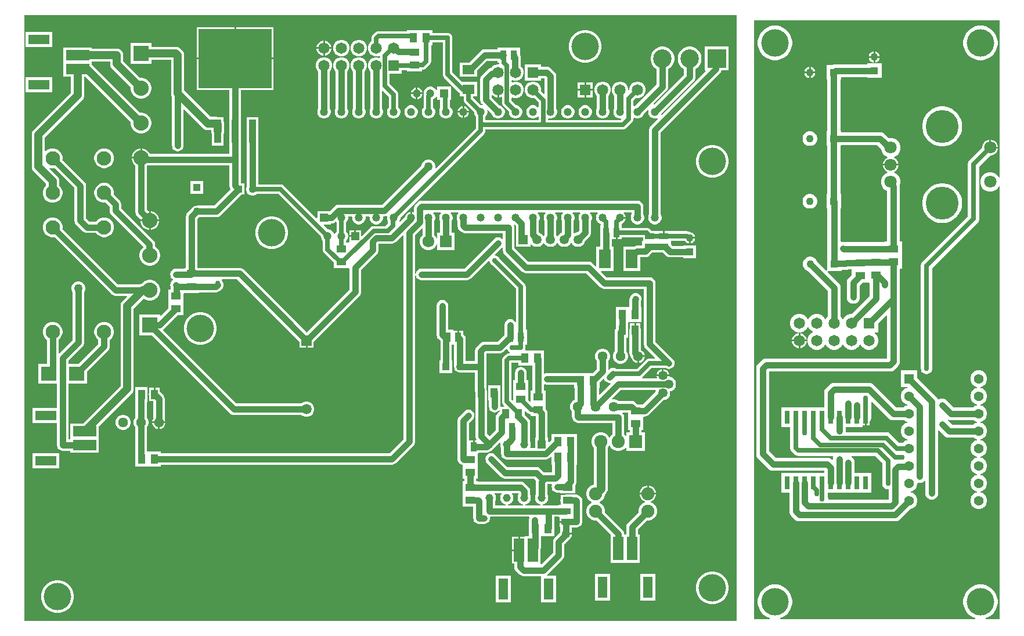
<source format=gbr>
G04*
G04 #@! TF.GenerationSoftware,Altium Limited,Altium Designer,22.4.2 (48)*
G04*
G04 Layer_Physical_Order=1*
G04 Layer_Color=255*
%FSLAX25Y25*%
%MOIN*%
G70*
G04*
G04 #@! TF.SameCoordinates,783B880F-F190-4A79-90E1-06678E82802B*
G04*
G04*
G04 #@! TF.FilePolarity,Positive*
G04*
G01*
G75*
%ADD15C,0.04500*%
%ADD16R,0.04134X0.05709*%
%ADD17R,0.05512X0.12205*%
%ADD18R,0.05906X0.13386*%
%ADD19R,0.05709X0.04134*%
%ADD20R,0.02756X0.07480*%
%ADD21R,0.03780X0.05472*%
%ADD22R,0.05472X0.03780*%
%ADD23R,0.01654X0.02165*%
%ADD24R,0.08661X0.08268*%
%ADD25R,0.42126X0.33858*%
%ADD26R,0.03937X0.13386*%
%ADD27R,0.12205X0.05512*%
%ADD28R,0.13386X0.05906*%
%ADD29R,0.06693X0.11024*%
%ADD30R,0.07087X0.05276*%
%ADD80C,0.02500*%
%ADD81C,0.03500*%
%ADD82C,0.05000*%
%ADD83C,0.18898*%
%ADD84C,0.07087*%
%ADD85C,0.04331*%
%ADD86R,0.04331X0.04331*%
%ADD87R,0.05610X0.05610*%
%ADD88C,0.05610*%
%ADD89C,0.06496*%
%ADD90R,0.06496X0.06496*%
%ADD91R,0.04331X0.04331*%
%ADD92C,0.04661*%
%ADD93C,0.05669*%
%ADD94C,0.04559*%
%ADD95R,0.04559X0.04559*%
%ADD96C,0.05315*%
%ADD97C,0.07559*%
%ADD98R,0.07559X0.07559*%
%ADD99C,0.10630*%
%ADD100R,0.10630X0.10630*%
%ADD101C,0.07500*%
%ADD102C,0.05906*%
%ADD103R,0.05906X0.05906*%
%ADD104C,0.08268*%
%ADD105C,0.08799*%
%ADD106R,0.08799X0.08799*%
%ADD107R,0.04661X0.04661*%
%ADD108R,0.04724X0.04724*%
%ADD109C,0.04724*%
%ADD110R,0.05315X0.05315*%
%ADD111C,0.06791*%
%ADD112R,0.06791X0.06791*%
%ADD113C,0.15748*%
%ADD114C,0.03000*%
%ADD115C,0.03500*%
%ADD116C,0.05000*%
G36*
X562000Y257820D02*
X561500Y257686D01*
X560995Y258561D01*
X559963Y259593D01*
X558699Y260323D01*
X557289Y260701D01*
X555829D01*
X554419Y260323D01*
X553155Y259593D01*
X552123Y258561D01*
X551394Y257297D01*
X551016Y255887D01*
Y254428D01*
X551394Y253018D01*
X552123Y251754D01*
X553155Y250722D01*
X554419Y249992D01*
X555829Y249614D01*
X557289D01*
X558699Y249992D01*
X559963Y250722D01*
X560995Y251754D01*
X561500Y252629D01*
X562000Y252495D01*
Y4000D01*
X553902D01*
X553853Y4500D01*
X553880Y4505D01*
X555677Y5250D01*
X557294Y6330D01*
X558670Y7706D01*
X559750Y9323D01*
X560495Y11120D01*
X560874Y13027D01*
Y14973D01*
X560495Y16880D01*
X559750Y18677D01*
X558670Y20294D01*
X557294Y21670D01*
X555677Y22750D01*
X553880Y23495D01*
X551972Y23874D01*
X550028D01*
X548120Y23495D01*
X546323Y22750D01*
X544706Y21670D01*
X543330Y20294D01*
X542250Y18677D01*
X541505Y16880D01*
X541126Y14973D01*
Y13027D01*
X541505Y11120D01*
X542250Y9323D01*
X543330Y7706D01*
X544706Y6330D01*
X546323Y5250D01*
X548120Y4505D01*
X548147Y4500D01*
X548098Y4000D01*
X435902D01*
X435853Y4500D01*
X435880Y4505D01*
X437677Y5250D01*
X439294Y6330D01*
X440670Y7706D01*
X441750Y9323D01*
X442495Y11120D01*
X442874Y13027D01*
Y14973D01*
X442495Y16880D01*
X441750Y18677D01*
X440670Y20294D01*
X439294Y21670D01*
X437677Y22750D01*
X435880Y23495D01*
X433973Y23874D01*
X432027D01*
X430120Y23495D01*
X428323Y22750D01*
X426706Y21670D01*
X425330Y20294D01*
X424250Y18677D01*
X423505Y16880D01*
X423126Y14973D01*
Y13027D01*
X423505Y11120D01*
X424250Y9323D01*
X425330Y7706D01*
X426706Y6330D01*
X428323Y5250D01*
X430120Y4505D01*
X430147Y4500D01*
X430098Y4000D01*
X421000D01*
Y348000D01*
X562000D01*
Y257820D01*
D02*
G37*
G36*
X411000Y3000D02*
X2000D01*
Y351000D01*
X411000D01*
Y3000D01*
D02*
G37*
%LPC*%
G36*
X490500Y330017D02*
Y327374D01*
X493143D01*
X492950Y328096D01*
X492533Y328818D01*
X491944Y329407D01*
X491222Y329824D01*
X490500Y330017D01*
D02*
G37*
G36*
X489500D02*
X488778Y329824D01*
X488056Y329407D01*
X487467Y328818D01*
X487050Y328096D01*
X486857Y327374D01*
X489500D01*
Y330017D01*
D02*
G37*
G36*
X551972Y344874D02*
X550028D01*
X548120Y344495D01*
X546323Y343750D01*
X544706Y342670D01*
X543330Y341294D01*
X542250Y339677D01*
X541505Y337880D01*
X541126Y335972D01*
Y334028D01*
X541505Y332120D01*
X542250Y330323D01*
X543330Y328706D01*
X544706Y327330D01*
X546323Y326250D01*
X548120Y325505D01*
X550028Y325126D01*
X551972D01*
X553880Y325505D01*
X555677Y326250D01*
X557294Y327330D01*
X558670Y328706D01*
X559750Y330323D01*
X560495Y332120D01*
X560874Y334028D01*
Y335972D01*
X560495Y337880D01*
X559750Y339677D01*
X558670Y341294D01*
X557294Y342670D01*
X555677Y343750D01*
X553880Y344495D01*
X551972Y344874D01*
D02*
G37*
G36*
X433973D02*
X432027D01*
X430120Y344495D01*
X428323Y343750D01*
X426706Y342670D01*
X425330Y341294D01*
X424250Y339677D01*
X423505Y337880D01*
X423126Y335972D01*
Y334028D01*
X423505Y332120D01*
X424250Y330323D01*
X425330Y328706D01*
X426706Y327330D01*
X428323Y326250D01*
X430120Y325505D01*
X432027Y325126D01*
X433973D01*
X435880Y325505D01*
X437677Y326250D01*
X439294Y327330D01*
X440670Y328706D01*
X441750Y330323D01*
X442495Y332120D01*
X442874Y334028D01*
Y335972D01*
X442495Y337880D01*
X441750Y339677D01*
X440670Y341294D01*
X439294Y342670D01*
X437677Y343750D01*
X435880Y344495D01*
X433973Y344874D01*
D02*
G37*
G36*
X493143Y326374D02*
X490500D01*
Y323731D01*
X491222Y323924D01*
X491944Y324341D01*
X492533Y324930D01*
X492950Y325652D01*
X493143Y326374D01*
D02*
G37*
G36*
X489500D02*
X486857D01*
X487050Y325652D01*
X487467Y324930D01*
X488056Y324341D01*
X488778Y323924D01*
X489500Y323731D01*
Y326374D01*
D02*
G37*
G36*
X453500Y321143D02*
Y318500D01*
X456143D01*
X455950Y319222D01*
X455533Y319944D01*
X454944Y320533D01*
X454222Y320950D01*
X453500Y321143D01*
D02*
G37*
G36*
X452500D02*
X451778Y320950D01*
X451056Y320533D01*
X450467Y319944D01*
X450050Y319222D01*
X449857Y318500D01*
X452500D01*
Y321143D01*
D02*
G37*
G36*
X456143Y317500D02*
X453500D01*
Y314857D01*
X454222Y315050D01*
X454944Y315467D01*
X455533Y316056D01*
X455950Y316778D01*
X456143Y317500D01*
D02*
G37*
G36*
X452500D02*
X449857D01*
X450050Y316778D01*
X450467Y316056D01*
X451056Y315467D01*
X451778Y315050D01*
X452500Y314857D01*
Y317500D01*
D02*
G37*
G36*
X494165Y323165D02*
X485835D01*
Y322782D01*
X467780D01*
X466801Y322654D01*
X465888Y322276D01*
X465745Y322165D01*
X462614D01*
Y313835D01*
X462997D01*
Y284165D01*
X462614D01*
Y275835D01*
X462997D01*
Y248165D01*
X462614D01*
Y239835D01*
X463107D01*
Y212165D01*
X462835D01*
Y204442D01*
X462335Y204235D01*
X457153Y209416D01*
X457102Y209608D01*
X456554Y210558D01*
X455778Y211333D01*
X454828Y211881D01*
X453769Y212165D01*
X452672D01*
X451613Y211881D01*
X450663Y211333D01*
X449887Y210558D01*
X449339Y209608D01*
X449055Y208548D01*
Y207452D01*
X449339Y206392D01*
X449887Y205442D01*
X450663Y204667D01*
X451613Y204118D01*
X451804Y204067D01*
X463218Y192654D01*
Y177639D01*
X462801Y177222D01*
X462289Y176336D01*
X461711D01*
X461200Y177222D01*
X460222Y178200D01*
X459026Y178890D01*
X457691Y179248D01*
X456309D01*
X454974Y178890D01*
X453778Y178200D01*
X452801Y177222D01*
X452289Y176336D01*
X451711D01*
X451199Y177222D01*
X450222Y178200D01*
X449026Y178890D01*
X447691Y179248D01*
X446309D01*
X444974Y178890D01*
X443778Y178200D01*
X442801Y177222D01*
X442110Y176026D01*
X441752Y174691D01*
Y173309D01*
X442110Y171974D01*
X442801Y170778D01*
X443778Y169800D01*
X444974Y169110D01*
X446309Y168752D01*
X447691D01*
X449026Y169110D01*
X450222Y169800D01*
X451199Y170778D01*
X451711Y171664D01*
X452289D01*
X452801Y170778D01*
X453778Y169800D01*
X454664Y169289D01*
Y168711D01*
X453778Y168200D01*
X452801Y167222D01*
X452110Y166026D01*
X451752Y164691D01*
Y163309D01*
X452110Y161974D01*
X452801Y160778D01*
X453778Y159801D01*
X454974Y159110D01*
X456309Y158752D01*
X457691D01*
X459026Y159110D01*
X460222Y159801D01*
X461200Y160778D01*
X461711Y161664D01*
X462289D01*
X462801Y160778D01*
X463778Y159801D01*
X464974Y159110D01*
X466309Y158752D01*
X467691D01*
X469026Y159110D01*
X470222Y159801D01*
X471200Y160778D01*
X471711Y161664D01*
X472289D01*
X472800Y160778D01*
X473778Y159801D01*
X474974Y159110D01*
X476309Y158752D01*
X477691D01*
X479026Y159110D01*
X480222Y159801D01*
X481200Y160778D01*
X481711Y161664D01*
X482289D01*
X482800Y160778D01*
X483778Y159801D01*
X484974Y159110D01*
X486309Y158752D01*
X487691D01*
X489026Y159110D01*
X490222Y159801D01*
X491199Y160778D01*
X491890Y161974D01*
X492248Y163309D01*
Y164691D01*
X491890Y166026D01*
X491199Y167222D01*
X490222Y168200D01*
X490102Y168269D01*
X490231Y168752D01*
X492248D01*
Y173899D01*
X496756Y178407D01*
X497218Y178215D01*
Y153782D01*
X428050D01*
X427071Y153654D01*
X426159Y153276D01*
X425376Y152674D01*
X423325Y150624D01*
X422724Y149841D01*
X422346Y148929D01*
X422218Y147950D01*
Y99000D01*
X422346Y98021D01*
X422724Y97109D01*
X423325Y96325D01*
X429325Y90325D01*
X430109Y89724D01*
X431021Y89346D01*
X432000Y89218D01*
X461218D01*
Y87945D01*
X436622D01*
Y76465D01*
X441218D01*
Y66050D01*
X441347Y65071D01*
X441724Y64159D01*
X442325Y63376D01*
X444376Y61326D01*
X445159Y60724D01*
X446071Y60347D01*
X447050Y60218D01*
X502000D01*
X502979Y60347D01*
X503891Y60724D01*
X504674Y61326D01*
X510544Y67195D01*
X510633D01*
X511855Y67522D01*
X512950Y68155D01*
X513845Y69050D01*
X514478Y70145D01*
X514805Y71367D01*
Y72633D01*
X514478Y73855D01*
X513845Y74950D01*
X512950Y75845D01*
X511855Y76478D01*
X510871Y76741D01*
Y77259D01*
X511855Y77522D01*
X512950Y78155D01*
X513845Y79050D01*
X514478Y80145D01*
X514805Y81367D01*
Y81938D01*
X515305Y82309D01*
X516000Y82218D01*
X516979Y82346D01*
X517891Y82724D01*
X518675Y83325D01*
X518744Y83416D01*
X519218Y83255D01*
Y76407D01*
X519347Y75428D01*
X519724Y74516D01*
X520326Y73733D01*
X521109Y73132D01*
X522021Y72754D01*
X523000Y72625D01*
X523979Y72754D01*
X524891Y73132D01*
X525674Y73733D01*
X526276Y74516D01*
X526653Y75428D01*
X526782Y76407D01*
Y112215D01*
X527244Y112407D01*
X530326Y109326D01*
X531109Y108724D01*
X532021Y108346D01*
X533000Y108218D01*
X546987D01*
X547050Y108155D01*
X548145Y107522D01*
X549129Y107259D01*
Y106741D01*
X548145Y106478D01*
X547050Y105845D01*
X546155Y104950D01*
X545522Y103855D01*
X545195Y102633D01*
Y101367D01*
X545522Y100145D01*
X546155Y99050D01*
X547050Y98155D01*
X548145Y97522D01*
X549129Y97259D01*
Y96741D01*
X548145Y96478D01*
X547050Y95845D01*
X546155Y94950D01*
X545522Y93855D01*
X545195Y92633D01*
Y91367D01*
X545522Y90145D01*
X546155Y89050D01*
X547050Y88155D01*
X548145Y87522D01*
X549129Y87259D01*
Y86741D01*
X548145Y86478D01*
X547050Y85845D01*
X546155Y84950D01*
X545522Y83855D01*
X545195Y82633D01*
Y81367D01*
X545522Y80145D01*
X546155Y79050D01*
X547050Y78155D01*
X548145Y77522D01*
X549129Y77259D01*
Y76741D01*
X548145Y76478D01*
X547050Y75845D01*
X546155Y74950D01*
X545522Y73855D01*
X545195Y72633D01*
Y71367D01*
X545522Y70145D01*
X546155Y69050D01*
X547050Y68155D01*
X548145Y67522D01*
X549367Y67195D01*
X550633D01*
X551855Y67522D01*
X552950Y68155D01*
X553845Y69050D01*
X554478Y70145D01*
X554805Y71367D01*
Y72633D01*
X554478Y73855D01*
X553845Y74950D01*
X552950Y75845D01*
X551855Y76478D01*
X550871Y76741D01*
Y77259D01*
X551855Y77522D01*
X552950Y78155D01*
X553845Y79050D01*
X554478Y80145D01*
X554805Y81367D01*
Y82633D01*
X554478Y83855D01*
X553845Y84950D01*
X552950Y85845D01*
X551855Y86478D01*
X550871Y86741D01*
Y87259D01*
X551855Y87522D01*
X552950Y88155D01*
X553845Y89050D01*
X554478Y90145D01*
X554805Y91367D01*
Y92633D01*
X554478Y93855D01*
X553845Y94950D01*
X552950Y95845D01*
X551855Y96478D01*
X550871Y96741D01*
Y97259D01*
X551855Y97522D01*
X552950Y98155D01*
X553845Y99050D01*
X554478Y100145D01*
X554805Y101367D01*
Y102633D01*
X554478Y103855D01*
X553845Y104950D01*
X552950Y105845D01*
X551855Y106478D01*
X550871Y106741D01*
Y107259D01*
X551855Y107522D01*
X552950Y108155D01*
X553845Y109050D01*
X554478Y110145D01*
X554805Y111367D01*
Y112633D01*
X554478Y113855D01*
X553845Y114950D01*
X552950Y115845D01*
X551855Y116478D01*
X550871Y116741D01*
Y117259D01*
X551855Y117522D01*
X552950Y118155D01*
X553845Y119050D01*
X554478Y120145D01*
X554805Y121367D01*
Y122633D01*
X554478Y123855D01*
X553845Y124950D01*
X552950Y125845D01*
X551855Y126478D01*
X550871Y126741D01*
Y127259D01*
X551855Y127522D01*
X552950Y128155D01*
X553845Y129050D01*
X554478Y130145D01*
X554805Y131367D01*
Y132633D01*
X554478Y133855D01*
X553845Y134950D01*
X552950Y135845D01*
X551855Y136478D01*
X550871Y136741D01*
Y137259D01*
X551855Y137522D01*
X552950Y138155D01*
X553845Y139050D01*
X554478Y140145D01*
X554805Y141367D01*
Y142633D01*
X554478Y143855D01*
X553845Y144950D01*
X552950Y145845D01*
X551855Y146478D01*
X550633Y146805D01*
X549367D01*
X548145Y146478D01*
X547050Y145845D01*
X546155Y144950D01*
X545522Y143855D01*
X545195Y142633D01*
Y141367D01*
X545522Y140145D01*
X546155Y139050D01*
X547050Y138155D01*
X548145Y137522D01*
X549129Y137259D01*
Y136741D01*
X548145Y136478D01*
X547050Y135845D01*
X546155Y134950D01*
X545522Y133855D01*
X545195Y132633D01*
Y131367D01*
X545522Y130145D01*
X546155Y129050D01*
X547050Y128155D01*
X548145Y127522D01*
X549129Y127259D01*
Y126741D01*
X548145Y126478D01*
X547050Y125845D01*
X546987Y125782D01*
X535567D01*
X531674Y129674D01*
X530891Y130276D01*
X529979Y130654D01*
X529000Y130782D01*
X528021Y130654D01*
X527109Y130276D01*
X527081Y130254D01*
X526872Y130251D01*
X526472Y130417D01*
X526276Y130891D01*
X525674Y131675D01*
X514805Y142544D01*
Y146805D01*
X505195D01*
Y137195D01*
X508890D01*
X508956Y136695D01*
X508145Y136478D01*
X507050Y135845D01*
X506155Y134950D01*
X505522Y133855D01*
X505195Y132633D01*
Y131367D01*
X505522Y130145D01*
X506155Y129050D01*
X507050Y128155D01*
X508145Y127522D01*
X509129Y127259D01*
Y126741D01*
X508145Y126478D01*
X507050Y125845D01*
X506987Y125782D01*
X502567D01*
X489675Y138674D01*
X488891Y139276D01*
X487979Y139654D01*
X487000Y139782D01*
X467050D01*
X466071Y139654D01*
X465159Y139276D01*
X464376Y138674D01*
X462325Y136624D01*
X461724Y135841D01*
X461346Y134929D01*
X461218Y133950D01*
Y125740D01*
X436622D01*
Y114260D01*
X441722D01*
Y102464D01*
X441778Y102040D01*
X441834Y101616D01*
X442161Y100826D01*
X442682Y100147D01*
X444146Y98682D01*
X444826Y98161D01*
X445616Y97834D01*
X446464Y97722D01*
X466204D01*
X466482Y97306D01*
X466347Y96979D01*
X466218Y96000D01*
Y95735D01*
X465756Y95543D01*
X465624Y95675D01*
X464841Y96276D01*
X463929Y96653D01*
X462950Y96782D01*
X433567D01*
X429782Y100567D01*
Y146218D01*
X498950D01*
X499929Y146346D01*
X500841Y146724D01*
X501624Y147326D01*
X503675Y149376D01*
X504276Y150159D01*
X504654Y151071D01*
X504782Y152050D01*
Y188000D01*
Y205193D01*
X505854D01*
Y212673D01*
Y220807D01*
X504782D01*
Y252659D01*
X504703Y253261D01*
X505016Y254428D01*
Y255887D01*
X504638Y257297D01*
X503908Y258561D01*
X502876Y259593D01*
X501612Y260323D01*
X501507Y260351D01*
X501436Y260888D01*
X502262Y261365D01*
X503108Y262210D01*
X503706Y263246D01*
X504016Y264402D01*
Y264500D01*
X499472D01*
X494929D01*
Y264402D01*
X495239Y263246D01*
X495837Y262210D01*
X496683Y261365D01*
X497509Y260888D01*
X497438Y260351D01*
X497333Y260323D01*
X496069Y259593D01*
X495037Y258561D01*
X494307Y257297D01*
X493929Y255887D01*
Y254428D01*
X494307Y253018D01*
X495037Y251754D01*
X496069Y250722D01*
X497218Y250058D01*
Y220807D01*
X496146D01*
Y220523D01*
X473295D01*
X472979Y220654D01*
X472000Y220782D01*
X471172Y220673D01*
X470672Y220986D01*
Y239835D01*
X470945D01*
Y248165D01*
X470562D01*
Y275835D01*
X470945D01*
Y276218D01*
X491778D01*
X493946Y274049D01*
X494307Y272703D01*
X495037Y271439D01*
X496069Y270407D01*
X497333Y269677D01*
X497438Y269649D01*
X497509Y269112D01*
X496683Y268636D01*
X495837Y267790D01*
X495239Y266754D01*
X494929Y265598D01*
Y265500D01*
X499472D01*
X504016D01*
Y265598D01*
X503706Y266754D01*
X503108Y267790D01*
X502262Y268636D01*
X501436Y269112D01*
X501507Y269649D01*
X501612Y269677D01*
X502876Y270407D01*
X503908Y271439D01*
X504638Y272703D01*
X505016Y274113D01*
Y275572D01*
X504638Y276982D01*
X503908Y278246D01*
X502876Y279278D01*
X501612Y280008D01*
X500202Y280386D01*
X498743D01*
X498399Y280294D01*
X496019Y282675D01*
X495236Y283276D01*
X494323Y283653D01*
X493344Y283782D01*
X470945D01*
Y284165D01*
X470562D01*
Y313835D01*
X470945D01*
Y315218D01*
X485835D01*
Y314835D01*
X494165D01*
Y323165D01*
D02*
G37*
G36*
X453548Y284165D02*
X452452D01*
X451392Y283881D01*
X450442Y283333D01*
X449667Y282558D01*
X449119Y281608D01*
X448835Y280548D01*
Y279452D01*
X449119Y278392D01*
X449667Y277442D01*
X450442Y276667D01*
X451392Y276118D01*
X452452Y275835D01*
X453548D01*
X454608Y276118D01*
X455558Y276667D01*
X456333Y277442D01*
X456882Y278392D01*
X457165Y279452D01*
Y280548D01*
X456882Y281608D01*
X456333Y282558D01*
X455558Y283333D01*
X454608Y283881D01*
X453548Y284165D01*
D02*
G37*
G36*
X529901Y298496D02*
X528099D01*
X526319Y298214D01*
X524605Y297657D01*
X522999Y296839D01*
X521542Y295780D01*
X520267Y294506D01*
X519208Y293048D01*
X518390Y291442D01*
X517833Y289728D01*
X517551Y287948D01*
Y286146D01*
X517833Y284366D01*
X518390Y282652D01*
X519208Y281047D01*
X520267Y279589D01*
X521542Y278314D01*
X522999Y277255D01*
X524605Y276437D01*
X526319Y275880D01*
X528099Y275598D01*
X529901D01*
X531681Y275880D01*
X533395Y276437D01*
X535001Y277255D01*
X536458Y278314D01*
X537733Y279589D01*
X538792Y281047D01*
X539610Y282652D01*
X540167Y284366D01*
X540449Y286146D01*
Y287948D01*
X540167Y289728D01*
X539610Y291442D01*
X538792Y293048D01*
X537733Y294506D01*
X536458Y295780D01*
X535001Y296839D01*
X533395Y297657D01*
X531681Y298214D01*
X529901Y298496D01*
D02*
G37*
G36*
X557157Y279386D02*
X557059D01*
Y275343D01*
X561102D01*
Y275441D01*
X560793Y276596D01*
X560194Y277632D01*
X559349Y278478D01*
X558313Y279076D01*
X557157Y279386D01*
D02*
G37*
G36*
X453548Y248165D02*
X452452D01*
X451392Y247882D01*
X450442Y247333D01*
X449667Y246558D01*
X449119Y245608D01*
X448835Y244548D01*
Y243452D01*
X449119Y242392D01*
X449667Y241442D01*
X450442Y240667D01*
X451392Y240119D01*
X452452Y239835D01*
X453548D01*
X454608Y240119D01*
X455558Y240667D01*
X456333Y241442D01*
X456882Y242392D01*
X457165Y243452D01*
Y244548D01*
X456882Y245608D01*
X456333Y246558D01*
X455558Y247333D01*
X454608Y247882D01*
X453548Y248165D01*
D02*
G37*
G36*
X529901Y254402D02*
X528099D01*
X526319Y254120D01*
X524605Y253563D01*
X522999Y252745D01*
X521542Y251686D01*
X520267Y250411D01*
X519208Y248953D01*
X518390Y247348D01*
X517833Y245634D01*
X517551Y243854D01*
Y242052D01*
X517833Y240272D01*
X518390Y238558D01*
X519208Y236952D01*
X520267Y235494D01*
X521542Y234220D01*
X522999Y233161D01*
X524605Y232343D01*
X526319Y231786D01*
X528099Y231504D01*
X529901D01*
X531681Y231786D01*
X533395Y232343D01*
X535001Y233161D01*
X536458Y234220D01*
X537733Y235494D01*
X538792Y236952D01*
X539610Y238558D01*
X540167Y240272D01*
X540449Y242052D01*
Y243854D01*
X540167Y245634D01*
X539610Y247348D01*
X538792Y248953D01*
X537733Y250411D01*
X536458Y251686D01*
X535001Y252745D01*
X533395Y253563D01*
X531681Y254120D01*
X529901Y254402D01*
D02*
G37*
G36*
X447559Y168248D02*
X447500D01*
Y164500D01*
X451248D01*
Y164559D01*
X450958Y165640D01*
X450399Y166608D01*
X449608Y167399D01*
X448640Y167958D01*
X447559Y168248D01*
D02*
G37*
G36*
X446500D02*
X446441D01*
X445360Y167958D01*
X444392Y167399D01*
X443601Y166608D01*
X443042Y165640D01*
X442752Y164559D01*
Y164500D01*
X446500D01*
Y168248D01*
D02*
G37*
G36*
X451248Y163500D02*
X447500D01*
Y159752D01*
X447559D01*
X448640Y160041D01*
X449608Y160601D01*
X450399Y161392D01*
X450958Y162360D01*
X451248Y163441D01*
Y163500D01*
D02*
G37*
G36*
X446500D02*
X442752D01*
Y163441D01*
X443042Y162360D01*
X443601Y161392D01*
X444392Y160601D01*
X445360Y160041D01*
X446441Y159752D01*
X446500D01*
Y163500D01*
D02*
G37*
G36*
X556059Y279386D02*
X555961D01*
X554805Y279076D01*
X553769Y278478D01*
X552923Y277632D01*
X552325Y276596D01*
X552016Y275441D01*
Y274935D01*
X544682Y267601D01*
X544161Y266923D01*
X543834Y266132D01*
X543778Y265708D01*
X543722Y265284D01*
Y235358D01*
X517682Y209318D01*
X517161Y208639D01*
X516834Y207848D01*
X516778Y207424D01*
X516722Y207000D01*
Y148000D01*
X516834Y147152D01*
X517161Y146361D01*
X517682Y145682D01*
X518361Y145161D01*
X519152Y144834D01*
X520000Y144722D01*
X520848Y144834D01*
X521639Y145161D01*
X522318Y145682D01*
X522839Y146361D01*
X523166Y147152D01*
X523278Y148000D01*
Y205642D01*
X549318Y231682D01*
X549839Y232361D01*
X550166Y233152D01*
X550278Y234000D01*
Y263926D01*
X556652Y270299D01*
X557157D01*
X558313Y270609D01*
X559349Y271207D01*
X560194Y272053D01*
X560793Y273089D01*
X561102Y274244D01*
Y274343D01*
X556559D01*
Y274843D01*
X556059D01*
Y279386D01*
D02*
G37*
%LPD*%
G36*
X477146Y201754D02*
X475325Y199934D01*
X474724Y199151D01*
X474346Y198239D01*
X474218Y197260D01*
Y189000D01*
X474346Y188021D01*
X474724Y187109D01*
X475325Y186326D01*
X476109Y185724D01*
X477021Y185346D01*
X478000Y185218D01*
X478979Y185346D01*
X479891Y185724D01*
X480675Y186326D01*
X481276Y187109D01*
X481653Y188021D01*
X481782Y189000D01*
Y195693D01*
X483282Y197193D01*
X486854D01*
X487218Y196863D01*
Y189567D01*
X476899Y179248D01*
X476309D01*
X474974Y178890D01*
X473778Y178200D01*
X472800Y177222D01*
X472289Y176336D01*
X471711D01*
X471200Y177222D01*
X470782Y177639D01*
Y194220D01*
X470653Y195199D01*
X470276Y196112D01*
X469674Y196895D01*
X463235Y203335D01*
X463442Y203835D01*
X471165D01*
Y204633D01*
X473571D01*
X474550Y204762D01*
X475023Y204958D01*
X477146D01*
Y201754D01*
D02*
G37*
G36*
X533021Y118347D02*
X534000Y118218D01*
X546987D01*
X547050Y118155D01*
X548145Y117522D01*
X549129Y117259D01*
Y116741D01*
X548145Y116478D01*
X547050Y115845D01*
X546987Y115782D01*
X534567D01*
X532206Y118143D01*
X532489Y118567D01*
X533021Y118347D01*
D02*
G37*
G36*
X498325Y119325D02*
X499109Y118724D01*
X500021Y118347D01*
X501000Y118218D01*
X506987D01*
X507050Y118155D01*
X508145Y117522D01*
X509129Y117259D01*
Y116741D01*
X508145Y116478D01*
X507050Y115845D01*
X506155Y114950D01*
X505522Y113855D01*
X505195Y112633D01*
Y111367D01*
X505522Y110145D01*
X506155Y109050D01*
X507050Y108155D01*
X508145Y107522D01*
X509129Y107259D01*
Y106741D01*
X508145Y106478D01*
X507050Y105845D01*
X506483Y105278D01*
X504358D01*
X499318Y110318D01*
X498639Y110839D01*
X497848Y111166D01*
X497424Y111222D01*
X497000Y111278D01*
X474066D01*
X473737Y111654D01*
X473782Y112000D01*
Y114260D01*
X483378D01*
Y115260D01*
X484500D01*
Y120000D01*
X485500D01*
Y115260D01*
X487378D01*
Y117760D01*
X487839Y118361D01*
X488166Y119152D01*
X488278Y120000D01*
Y128720D01*
X488740Y128911D01*
X498325Y119325D01*
D02*
G37*
G36*
X494747Y93617D02*
Y83289D01*
X494525Y82461D01*
Y81539D01*
X494764Y80649D01*
X495225Y79851D01*
X495876Y79199D01*
X496674Y78738D01*
X497565Y78500D01*
X498218D01*
Y72782D01*
X463500D01*
Y73461D01*
X463278Y74289D01*
Y76465D01*
X488378D01*
Y87945D01*
X478782D01*
Y94000D01*
X478653Y94979D01*
X478276Y95891D01*
X477674Y96675D01*
X476961Y97222D01*
X476987Y97481D01*
X477098Y97722D01*
X490642D01*
X494747Y93617D01*
D02*
G37*
%LPC*%
G36*
X17957Y341248D02*
X2752D01*
Y332736D01*
X17957D01*
Y341248D01*
D02*
G37*
G36*
X174559Y336248D02*
X174500D01*
Y332500D01*
X178248D01*
Y332559D01*
X177959Y333640D01*
X177399Y334608D01*
X176608Y335399D01*
X175640Y335959D01*
X174559Y336248D01*
D02*
G37*
G36*
X173500D02*
X173441D01*
X172360Y335959D01*
X171392Y335399D01*
X170601Y334608D01*
X170042Y333640D01*
X169752Y332559D01*
Y332500D01*
X173500D01*
Y336248D01*
D02*
G37*
G36*
X178248Y331500D02*
X174500D01*
Y327752D01*
X174559D01*
X175640Y328042D01*
X176608Y328601D01*
X177399Y329392D01*
X177959Y330360D01*
X178248Y331441D01*
Y331500D01*
D02*
G37*
G36*
X173500D02*
X169752D01*
Y331441D01*
X170042Y330360D01*
X170601Y329392D01*
X171392Y328601D01*
X172360Y328042D01*
X173441Y327752D01*
X173500D01*
Y331500D01*
D02*
G37*
G36*
X194625Y336748D02*
X193375D01*
X192167Y336424D01*
X191085Y335799D01*
X190201Y334915D01*
X189576Y333833D01*
X189252Y332625D01*
Y331375D01*
X189576Y330167D01*
X190201Y329085D01*
X191085Y328201D01*
X192167Y327575D01*
X193375Y327252D01*
X194625D01*
X195833Y327575D01*
X196915Y328201D01*
X197799Y329085D01*
X198424Y330167D01*
X198748Y331375D01*
Y332625D01*
X198424Y333833D01*
X197799Y334915D01*
X196915Y335799D01*
X195833Y336424D01*
X194625Y336748D01*
D02*
G37*
G36*
X184625D02*
X183375D01*
X182167Y336424D01*
X181085Y335799D01*
X180201Y334915D01*
X179576Y333833D01*
X179252Y332625D01*
Y331375D01*
X179576Y330167D01*
X180201Y329085D01*
X181085Y328201D01*
X182167Y327575D01*
X183375Y327252D01*
X184625D01*
X185833Y327575D01*
X186915Y328201D01*
X187799Y329085D01*
X188425Y330167D01*
X188748Y331375D01*
Y332625D01*
X188425Y333833D01*
X187799Y334915D01*
X186915Y335799D01*
X185833Y336424D01*
X184625Y336748D01*
D02*
G37*
G36*
X145063Y343929D02*
X123500D01*
Y326500D01*
X145063D01*
Y343929D01*
D02*
G37*
G36*
X122500D02*
X100937D01*
Y326500D01*
X122500D01*
Y343929D01*
D02*
G37*
G36*
X324923Y342374D02*
X323077D01*
X321266Y342014D01*
X319560Y341307D01*
X318024Y340281D01*
X316719Y338976D01*
X315693Y337440D01*
X314986Y335734D01*
X314626Y333923D01*
Y332077D01*
X314986Y330266D01*
X315693Y328560D01*
X316719Y327024D01*
X318024Y325719D01*
X319560Y324693D01*
X321266Y323986D01*
X323077Y323626D01*
X324923D01*
X326734Y323986D01*
X328440Y324693D01*
X329976Y325719D01*
X331281Y327024D01*
X332307Y328560D01*
X333014Y330266D01*
X333374Y332077D01*
Y333923D01*
X333014Y335734D01*
X332307Y337440D01*
X331281Y338976D01*
X329976Y340281D01*
X328440Y341307D01*
X326734Y342014D01*
X324923Y342374D01*
D02*
G37*
G36*
X328248Y312248D02*
X324500D01*
Y308500D01*
X328248D01*
Y312248D01*
D02*
G37*
G36*
X323500D02*
X319752D01*
Y308500D01*
X323500D01*
Y312248D01*
D02*
G37*
G36*
X246862Y309862D02*
X239138D01*
Y307776D01*
X238638Y307642D01*
X238216Y308371D01*
X237497Y309090D01*
X236617Y309599D01*
X235634Y309862D01*
X234617D01*
X233635Y309599D01*
X232755Y309090D01*
X232035Y308371D01*
X231527Y307491D01*
X231264Y306508D01*
Y305491D01*
X231368Y305104D01*
X231321Y304990D01*
X231321Y304990D01*
X231321Y304990D01*
X231271Y304610D01*
X231226Y304272D01*
X231226Y304272D01*
X231226Y304272D01*
Y298018D01*
X230935Y297726D01*
X230430Y296853D01*
X230169Y295878D01*
Y294870D01*
X230430Y293895D01*
X230935Y293022D01*
X231648Y292309D01*
X232521Y291804D01*
X233496Y291543D01*
X234504D01*
X235479Y291804D01*
X236352Y292309D01*
X237065Y293022D01*
X237570Y293895D01*
X237831Y294870D01*
Y295878D01*
X237570Y296853D01*
X237065Y297726D01*
X236774Y298018D01*
Y302492D01*
X237497Y302909D01*
X238216Y303628D01*
X238638Y304358D01*
X239138Y304224D01*
Y302138D01*
X240813D01*
Y297515D01*
X240430Y296853D01*
X240169Y295878D01*
Y294870D01*
X240430Y293895D01*
X240935Y293022D01*
X241648Y292309D01*
X242521Y291804D01*
X243496Y291543D01*
X244504D01*
X245479Y291804D01*
X246352Y292309D01*
X247065Y293022D01*
X247570Y293895D01*
X247831Y294870D01*
Y295878D01*
X247570Y296853D01*
X247065Y297726D01*
X246360Y298431D01*
Y302138D01*
X246862D01*
Y309862D01*
D02*
G37*
G36*
X17957Y315264D02*
X2752D01*
Y306752D01*
X17957D01*
Y315264D01*
D02*
G37*
G36*
X227752Y309347D02*
Y306500D01*
X230599D01*
X230385Y307298D01*
X229942Y308064D01*
X229316Y308690D01*
X228550Y309133D01*
X227752Y309347D01*
D02*
G37*
G36*
X226752D02*
X225954Y309133D01*
X225188Y308690D01*
X224562Y308064D01*
X224119Y307298D01*
X223905Y306500D01*
X226752D01*
Y309347D01*
D02*
G37*
G36*
X328248Y307500D02*
X324500D01*
Y303752D01*
X328248D01*
Y307500D01*
D02*
G37*
G36*
X323500D02*
X319752D01*
Y303752D01*
X323500D01*
Y307500D01*
D02*
G37*
G36*
X40791Y332390D02*
X24406D01*
Y323484D01*
Y315610D01*
X28816D01*
Y306437D01*
X7326Y284946D01*
X6724Y284163D01*
X6346Y283250D01*
X6218Y282271D01*
Y264000D01*
X6346Y263021D01*
X6724Y262109D01*
X7326Y261326D01*
X14454Y254197D01*
Y253106D01*
X13728Y252380D01*
X12986Y251096D01*
X12602Y249663D01*
Y248180D01*
X12986Y246747D01*
X13728Y245462D01*
X14777Y244413D01*
X16062Y243671D01*
X17494Y243287D01*
X18978D01*
X20411Y243671D01*
X21696Y244413D01*
X22744Y245462D01*
X23486Y246747D01*
X23870Y248180D01*
Y249663D01*
X23486Y251096D01*
X22744Y252380D01*
X22019Y253106D01*
Y255764D01*
X21890Y256743D01*
X21512Y257655D01*
X20911Y258438D01*
X16459Y262890D01*
X16718Y263338D01*
X17494Y263130D01*
X18978D01*
X19180Y263184D01*
X30722Y251642D01*
Y233000D01*
X30778Y232576D01*
X30834Y232152D01*
X31161Y231361D01*
X31682Y230682D01*
X35603Y226761D01*
X36282Y226240D01*
X37073Y225912D01*
X37921Y225801D01*
X43151D01*
X43256Y225620D01*
X44304Y224571D01*
X45589Y223829D01*
X47022Y223445D01*
X48505D01*
X49938Y223829D01*
X51223Y224571D01*
X52272Y225620D01*
X53014Y226904D01*
X53398Y228337D01*
Y229820D01*
X53014Y231253D01*
X52272Y232538D01*
X51223Y233587D01*
X49938Y234329D01*
X48505Y234713D01*
X47022D01*
X45589Y234329D01*
X44304Y233587D01*
X43256Y232538D01*
X43151Y232357D01*
X39279D01*
X37278Y234358D01*
Y253000D01*
X37222Y253424D01*
X37166Y253848D01*
X36839Y254639D01*
X36318Y255318D01*
X23816Y267820D01*
X23870Y268022D01*
Y269506D01*
X23486Y270938D01*
X22744Y272223D01*
X21696Y273272D01*
X20411Y274014D01*
X18978Y274398D01*
X17494D01*
X16062Y274014D01*
X14777Y273272D01*
X14244Y272739D01*
X13782Y272931D01*
Y280705D01*
X35273Y302196D01*
X35874Y302979D01*
X36252Y303891D01*
X36381Y304870D01*
Y315610D01*
X37041D01*
X63100Y289550D01*
Y288419D01*
X63327Y287279D01*
X63772Y286206D01*
X64417Y285239D01*
X65239Y284418D01*
X66206Y283772D01*
X67279Y283327D01*
X68419Y283100D01*
X69581D01*
X70721Y283327D01*
X71794Y283772D01*
X72761Y284418D01*
X73583Y285239D01*
X74228Y286206D01*
X74673Y287279D01*
X74900Y288419D01*
Y289581D01*
X74673Y290721D01*
X74228Y291794D01*
X73583Y292761D01*
X72761Y293583D01*
X71794Y294228D01*
X70721Y294673D01*
X69581Y294900D01*
X68449D01*
X40791Y322558D01*
Y324218D01*
X51218D01*
Y323000D01*
X51346Y322021D01*
X51724Y321109D01*
X52325Y320325D01*
X63100Y309550D01*
Y308419D01*
X63327Y307279D01*
X63772Y306206D01*
X64417Y305239D01*
X65239Y304417D01*
X66206Y303772D01*
X67279Y303327D01*
X68419Y303100D01*
X69581D01*
X70721Y303327D01*
X71794Y303772D01*
X72761Y304417D01*
X73583Y305239D01*
X74228Y306206D01*
X74673Y307279D01*
X74900Y308419D01*
Y309581D01*
X74673Y310721D01*
X74228Y311794D01*
X73583Y312761D01*
X72761Y313582D01*
X71794Y314228D01*
X70721Y314673D01*
X69581Y314900D01*
X68449D01*
X58782Y324567D01*
Y328000D01*
X58653Y328979D01*
X58276Y329891D01*
X57674Y330675D01*
X56891Y331276D01*
X55979Y331653D01*
X55000Y331782D01*
X40791D01*
Y332390D01*
D02*
G37*
G36*
X230599Y305500D02*
X227752D01*
Y302653D01*
X228550Y302867D01*
X229316Y303310D01*
X229942Y303936D01*
X230385Y304702D01*
X230599Y305500D01*
D02*
G37*
G36*
X226752D02*
X223905D01*
X224119Y304702D01*
X224562Y303936D01*
X225188Y303310D01*
X225954Y302867D01*
X226752Y302653D01*
Y305500D01*
D02*
G37*
G36*
X254500Y298688D02*
Y295874D01*
X257314D01*
X257104Y296660D01*
X256665Y297419D01*
X256045Y298039D01*
X255286Y298478D01*
X254500Y298688D01*
D02*
G37*
G36*
X253500D02*
X252714Y298478D01*
X251955Y298039D01*
X251335Y297419D01*
X250896Y296660D01*
X250686Y295874D01*
X253500D01*
Y298688D01*
D02*
G37*
G36*
X257314Y294874D02*
X254500D01*
Y292060D01*
X255286Y292270D01*
X256045Y292709D01*
X256665Y293329D01*
X257104Y294088D01*
X257314Y294874D01*
D02*
G37*
G36*
X253500D02*
X250686D01*
X250896Y294088D01*
X251335Y293329D01*
X251955Y292709D01*
X252714Y292270D01*
X253500Y292060D01*
Y294874D01*
D02*
G37*
G36*
X334625Y312748D02*
X333375D01*
X332167Y312424D01*
X331085Y311799D01*
X330201Y310915D01*
X329575Y309833D01*
X329252Y308625D01*
Y307375D01*
X329575Y306167D01*
X330201Y305085D01*
X330722Y304563D01*
Y297358D01*
X330430Y296853D01*
X330169Y295878D01*
Y294870D01*
X330430Y293895D01*
X330935Y293022D01*
X331648Y292309D01*
X332521Y291804D01*
X333496Y291543D01*
X334504D01*
X335479Y291804D01*
X336352Y292309D01*
X337065Y293022D01*
X337570Y293895D01*
X337831Y294870D01*
Y295878D01*
X337570Y296853D01*
X337278Y297358D01*
Y304563D01*
X337799Y305085D01*
X338424Y306167D01*
X338748Y307375D01*
Y308625D01*
X338424Y309833D01*
X337799Y310915D01*
X336915Y311799D01*
X335833Y312424D01*
X334625Y312748D01*
D02*
G37*
G36*
X324504Y299205D02*
X323496D01*
X322521Y298944D01*
X321648Y298439D01*
X320935Y297726D01*
X320430Y296853D01*
X320169Y295878D01*
Y294870D01*
X320430Y293895D01*
X320935Y293022D01*
X321648Y292309D01*
X322521Y291804D01*
X323496Y291543D01*
X324504D01*
X325479Y291804D01*
X326352Y292309D01*
X327065Y293022D01*
X327570Y293895D01*
X327831Y294870D01*
Y295878D01*
X327570Y296853D01*
X327065Y297726D01*
X326352Y298439D01*
X325479Y298944D01*
X324504Y299205D01*
D02*
G37*
G36*
X314504D02*
X313496D01*
X312521Y298944D01*
X311648Y298439D01*
X310935Y297726D01*
X310430Y296853D01*
X310169Y295878D01*
Y294870D01*
X310430Y293895D01*
X310935Y293022D01*
X311648Y292309D01*
X312521Y291804D01*
X313496Y291543D01*
X314504D01*
X315479Y291804D01*
X316352Y292309D01*
X317065Y293022D01*
X317570Y293895D01*
X317831Y294870D01*
Y295878D01*
X317570Y296853D01*
X317065Y297726D01*
X316352Y298439D01*
X315479Y298944D01*
X314504Y299205D01*
D02*
G37*
G36*
X224504D02*
X223496D01*
X222521Y298944D01*
X221648Y298439D01*
X220935Y297726D01*
X220430Y296853D01*
X220169Y295878D01*
Y294870D01*
X220430Y293895D01*
X220935Y293022D01*
X221648Y292309D01*
X222521Y291804D01*
X223496Y291543D01*
X224504D01*
X225479Y291804D01*
X226352Y292309D01*
X227065Y293022D01*
X227570Y293895D01*
X227831Y294870D01*
Y295878D01*
X227570Y296853D01*
X227065Y297726D01*
X226352Y298439D01*
X225479Y298944D01*
X224504Y299205D01*
D02*
G37*
G36*
X194625Y326748D02*
X193375D01*
X192167Y326425D01*
X191085Y325799D01*
X190201Y324915D01*
X189576Y323833D01*
X189252Y322625D01*
Y321375D01*
X189576Y320167D01*
X190201Y319085D01*
X190722Y318563D01*
Y297358D01*
X190430Y296853D01*
X190169Y295878D01*
Y294870D01*
X190430Y293895D01*
X190935Y293022D01*
X191648Y292309D01*
X192521Y291804D01*
X193496Y291543D01*
X194504D01*
X195479Y291804D01*
X196352Y292309D01*
X197065Y293022D01*
X197570Y293895D01*
X197831Y294870D01*
Y295878D01*
X197570Y296853D01*
X197278Y297358D01*
Y318563D01*
X197799Y319085D01*
X198424Y320167D01*
X198748Y321375D01*
Y322625D01*
X198424Y323833D01*
X197799Y324915D01*
X196915Y325799D01*
X195833Y326425D01*
X194625Y326748D01*
D02*
G37*
G36*
X184625D02*
X183375D01*
X182167Y326425D01*
X181085Y325799D01*
X180201Y324915D01*
X179576Y323833D01*
X179252Y322625D01*
Y321375D01*
X179576Y320167D01*
X180201Y319085D01*
X180722Y318563D01*
Y297358D01*
X180430Y296853D01*
X180169Y295878D01*
Y294870D01*
X180430Y293895D01*
X180935Y293022D01*
X181648Y292309D01*
X182521Y291804D01*
X183496Y291543D01*
X184504D01*
X185479Y291804D01*
X186352Y292309D01*
X187065Y293022D01*
X187570Y293895D01*
X187831Y294870D01*
Y295878D01*
X187570Y296853D01*
X187278Y297358D01*
Y318563D01*
X187799Y319085D01*
X188425Y320167D01*
X188748Y321375D01*
Y322625D01*
X188425Y323833D01*
X187799Y324915D01*
X186915Y325799D01*
X185833Y326425D01*
X184625Y326748D01*
D02*
G37*
G36*
X174625D02*
X173375D01*
X172167Y326425D01*
X171085Y325799D01*
X170201Y324915D01*
X169576Y323833D01*
X169252Y322625D01*
Y321375D01*
X169576Y320167D01*
X170201Y319085D01*
X170722Y318563D01*
Y297358D01*
X170430Y296853D01*
X170169Y295878D01*
Y294870D01*
X170430Y293895D01*
X170935Y293022D01*
X171648Y292309D01*
X172521Y291804D01*
X173496Y291543D01*
X174504D01*
X175479Y291804D01*
X176352Y292309D01*
X177065Y293022D01*
X177570Y293895D01*
X177831Y294870D01*
Y295878D01*
X177570Y296853D01*
X177278Y297358D01*
Y318563D01*
X177799Y319085D01*
X178425Y320167D01*
X178748Y321375D01*
Y322625D01*
X178425Y323833D01*
X177799Y324915D01*
X176915Y325799D01*
X175833Y326425D01*
X174625Y326748D01*
D02*
G37*
G36*
X74900Y334900D02*
X63100D01*
Y323100D01*
X74900D01*
Y325218D01*
X86218D01*
Y306000D01*
X86347Y305021D01*
X86722Y304115D01*
Y276000D01*
X86834Y275152D01*
X87161Y274361D01*
X87682Y273682D01*
X88361Y273161D01*
X89152Y272834D01*
X90000Y272722D01*
X90848Y272834D01*
X91639Y273161D01*
X92318Y273682D01*
X92839Y274361D01*
X93166Y275152D01*
X93278Y276000D01*
Y296720D01*
X93740Y296911D01*
X104615Y286036D01*
X105398Y285435D01*
X106310Y285057D01*
X107289Y284928D01*
X109218D01*
Y284268D01*
X109346Y283289D01*
X109531Y282842D01*
Y276075D01*
X116469D01*
Y282842D01*
X116654Y283289D01*
X116782Y284268D01*
Y288429D01*
X116654Y289408D01*
X116469Y289855D01*
Y292461D01*
X112964D01*
X112719Y292493D01*
X108856D01*
X93782Y307567D01*
Y328000D01*
X93654Y328979D01*
X93276Y329891D01*
X92674Y330675D01*
X92109Y331109D01*
X91675Y331675D01*
X90891Y332276D01*
X89979Y332653D01*
X89000Y332782D01*
X74900D01*
Y334900D01*
D02*
G37*
G36*
X68500Y274400D02*
X68289D01*
X66916Y274032D01*
X65685Y273321D01*
X64679Y272315D01*
X63968Y271084D01*
X63600Y269711D01*
Y269500D01*
X68500D01*
Y274400D01*
D02*
G37*
G36*
X48505Y274398D02*
X47022D01*
X45589Y274014D01*
X44304Y273272D01*
X43256Y272223D01*
X42514Y270938D01*
X42130Y269506D01*
Y268022D01*
X42514Y266589D01*
X43256Y265304D01*
X44304Y264256D01*
X45589Y263514D01*
X47022Y263130D01*
X48505D01*
X49938Y263514D01*
X51223Y264256D01*
X52272Y265304D01*
X53014Y266589D01*
X53398Y268022D01*
Y269506D01*
X53014Y270938D01*
X52272Y272223D01*
X51223Y273272D01*
X49938Y274014D01*
X48505Y274398D01*
D02*
G37*
G36*
X228827Y342354D02*
Y342354D01*
X221693D01*
Y341774D01*
X205464D01*
X204747Y341679D01*
X204078Y341402D01*
X203503Y340961D01*
X202039Y339497D01*
X201598Y338923D01*
X201321Y338253D01*
X201226Y337536D01*
Y335881D01*
X201085Y335799D01*
X200201Y334915D01*
X199575Y333833D01*
X199252Y332625D01*
Y331375D01*
X199575Y330167D01*
X200201Y329085D01*
X201085Y328201D01*
X202167Y327575D01*
X203375Y327252D01*
X204625D01*
X205703Y327541D01*
X206059Y327353D01*
X206203Y327212D01*
Y326723D01*
X205703Y326459D01*
X204625Y326748D01*
X203375D01*
X202167Y326425D01*
X201085Y325799D01*
X200201Y324915D01*
X199575Y323833D01*
X199252Y322625D01*
Y321375D01*
X199575Y320167D01*
X200201Y319085D01*
X200722Y318563D01*
Y297358D01*
X200430Y296853D01*
X200169Y295878D01*
Y294870D01*
X200430Y293895D01*
X200935Y293022D01*
X201648Y292309D01*
X202521Y291804D01*
X203496Y291543D01*
X204504D01*
X205479Y291804D01*
X206352Y292309D01*
X207065Y293022D01*
X207570Y293895D01*
X207831Y294870D01*
Y295878D01*
X207570Y296853D01*
X207278Y297358D01*
Y307415D01*
X207740Y307606D01*
X211226Y304120D01*
Y298018D01*
X210935Y297726D01*
X210430Y296853D01*
X210169Y295878D01*
Y294870D01*
X210430Y293895D01*
X210935Y293022D01*
X211648Y292309D01*
X212521Y291804D01*
X213496Y291543D01*
X214504D01*
X215479Y291804D01*
X216352Y292309D01*
X217065Y293022D01*
X217570Y293895D01*
X217831Y294870D01*
Y295878D01*
X217570Y296853D01*
X217065Y297726D01*
X216774Y298018D01*
Y305269D01*
X216679Y305986D01*
X216402Y306656D01*
X215961Y307230D01*
X211750Y311441D01*
Y317252D01*
X218748D01*
Y319356D01*
X221646D01*
Y318693D01*
X230354D01*
Y319486D01*
X230536D01*
X231254Y319581D01*
X231923Y319858D01*
X232497Y320299D01*
X234701Y322503D01*
X235142Y323078D01*
X235419Y323746D01*
X235514Y324464D01*
Y333646D01*
X236307D01*
Y335226D01*
X242226D01*
Y317000D01*
X242321Y316282D01*
X242598Y315613D01*
X243039Y315039D01*
X251669Y306409D01*
X251957Y306188D01*
Y304232D01*
X254226D01*
Y302374D01*
X254321Y301656D01*
X254598Y300987D01*
X255039Y300413D01*
X260169Y295282D01*
Y294870D01*
X260430Y293895D01*
X260935Y293022D01*
X261226Y292730D01*
Y289464D01*
Y285775D01*
X238369Y262917D01*
X237920Y263176D01*
X238000Y263473D01*
Y264527D01*
X237727Y265544D01*
X237201Y266456D01*
X236456Y267201D01*
X235544Y267727D01*
X234527Y268000D01*
X233473D01*
X232456Y267727D01*
X231544Y267201D01*
X230799Y266456D01*
X230273Y265544D01*
X230040Y264676D01*
X207374Y242010D01*
X182299D01*
X181878Y241954D01*
X181451Y241898D01*
X180660Y241571D01*
X180305Y241299D01*
X179981Y241050D01*
X177388Y238457D01*
X170169D01*
Y234533D01*
X169707Y234341D01*
X151087Y252961D01*
X150513Y253402D01*
X149844Y253679D01*
X149126Y253774D01*
X136278D01*
Y276075D01*
X136469D01*
Y292461D01*
X129532D01*
Y276075D01*
X129722D01*
Y252653D01*
X129584Y252415D01*
X129335Y251483D01*
Y250518D01*
X129584Y249585D01*
X130067Y248749D01*
X130749Y248067D01*
X131585Y247584D01*
X132518Y247335D01*
X133483D01*
X134415Y247584D01*
X135251Y248067D01*
X135410Y248226D01*
X147977D01*
X172264Y223940D01*
Y223492D01*
X172527Y222509D01*
X173036Y221628D01*
X173352Y221312D01*
Y216346D01*
X173447Y215629D01*
X173724Y214960D01*
X174165Y214385D01*
X179646Y208904D01*
Y205693D01*
X188330D01*
X188354Y205693D01*
X188722Y205373D01*
Y193358D01*
X164000Y168636D01*
X127838Y204798D01*
X127159Y205319D01*
X126368Y205647D01*
X125944Y205703D01*
X125520Y205758D01*
X101278D01*
Y233863D01*
X102358Y234942D01*
X112346D01*
X112771Y234998D01*
X113195Y235054D01*
X113985Y235382D01*
X114664Y235903D01*
X126596Y247835D01*
X128291D01*
Y250149D01*
X128292Y250152D01*
X128404Y251000D01*
X128292Y251848D01*
X128291Y251851D01*
Y254165D01*
X126596D01*
X126278Y254484D01*
Y268000D01*
Y284268D01*
Y308071D01*
X145063D01*
Y325500D01*
X100937D01*
Y308071D01*
X119722D01*
Y284268D01*
Y271278D01*
X73920D01*
X73321Y272315D01*
X72315Y273321D01*
X71084Y274032D01*
X69711Y274400D01*
X69500D01*
Y269000D01*
X69000D01*
Y268500D01*
X63600D01*
Y268289D01*
X63968Y266916D01*
X64679Y265685D01*
X65685Y264679D01*
X65722Y264658D01*
Y238000D01*
X65778Y237576D01*
X65834Y237152D01*
X66161Y236361D01*
X66682Y235682D01*
X68612Y233753D01*
X68600Y233711D01*
Y233500D01*
X73500D01*
Y238400D01*
X73289D01*
X73247Y238388D01*
X72278Y239358D01*
Y264658D01*
X72315Y264679D01*
X72358Y264722D01*
X119722D01*
Y253126D01*
X119778Y252702D01*
X119834Y252278D01*
X120161Y251487D01*
X120515Y251025D01*
X110989Y241498D01*
X101000D01*
X100576Y241443D01*
X100152Y241387D01*
X99361Y241059D01*
X98682Y240538D01*
X95682Y237538D01*
X95161Y236859D01*
X94834Y236069D01*
X94778Y235645D01*
X94722Y235220D01*
Y205547D01*
X94146D01*
Y205329D01*
X89000D01*
X88152Y205218D01*
X87361Y204890D01*
X86682Y204369D01*
X86161Y203690D01*
X85834Y202900D01*
X85722Y202051D01*
X85834Y201203D01*
X86161Y200412D01*
X86682Y199733D01*
X87262Y199288D01*
X87309Y199050D01*
Y198950D01*
X87262Y198712D01*
X87027Y198531D01*
X86673D01*
Y198255D01*
X86161Y197588D01*
X85834Y196797D01*
X85722Y195949D01*
X85834Y195100D01*
X85924Y194883D01*
Y193307D01*
X84646D01*
Y186327D01*
X84646Y185827D01*
X84646Y185673D01*
Y182541D01*
X80361Y178257D01*
X79900Y178448D01*
Y178900D01*
X68100D01*
Y167100D01*
X75264D01*
X120052Y122312D01*
X120731Y121791D01*
X121522Y121464D01*
X121946Y121408D01*
X122370Y121352D01*
X160981D01*
X161266Y121067D01*
X162281Y120481D01*
X163414Y120177D01*
X164586D01*
X165719Y120481D01*
X166734Y121067D01*
X167563Y121896D01*
X168149Y122911D01*
X168453Y124044D01*
Y125216D01*
X168149Y126349D01*
X167563Y127364D01*
X166734Y128193D01*
X165719Y128779D01*
X164586Y129083D01*
X163414D01*
X162281Y128779D01*
X161266Y128193D01*
X160981Y127908D01*
X123728D01*
X81701Y169934D01*
X81734Y170433D01*
X82058Y170682D01*
X90069Y178693D01*
X93354D01*
Y185673D01*
X93354Y186173D01*
X93354Y186327D01*
Y191054D01*
X93646Y191433D01*
X102354D01*
Y191722D01*
X112000D01*
X112424Y191778D01*
X112848Y191834D01*
X113639Y192161D01*
X114318Y192682D01*
X115318Y193682D01*
X115839Y194361D01*
X116166Y195152D01*
X116278Y196000D01*
X116166Y196848D01*
X116000Y197250D01*
Y197395D01*
X115796Y198158D01*
X115481Y198702D01*
X115690Y199202D01*
X124162D01*
X160047Y163317D01*
Y160047D01*
X163500D01*
Y164000D01*
X164500D01*
Y160047D01*
X167953D01*
Y163317D01*
X194318Y189682D01*
X194839Y190361D01*
X195166Y191152D01*
X195222Y191576D01*
X195278Y192000D01*
Y204642D01*
X204343Y213707D01*
X204864Y214386D01*
X205192Y215177D01*
X205303Y216025D01*
Y219592D01*
X205433Y219722D01*
X213000D01*
X213424Y219778D01*
X213848Y219834D01*
X214639Y220161D01*
X215318Y220682D01*
X219260Y224624D01*
X219722Y224433D01*
Y107358D01*
X211642Y99278D01*
X80307D01*
Y100354D01*
X73327D01*
X72778Y100354D01*
X72278Y100607D01*
Y114148D01*
X72469Y114339D01*
X73039Y115327D01*
X73335Y116429D01*
Y117571D01*
X73039Y118673D01*
X72469Y119661D01*
X72278Y119852D01*
Y128646D01*
X72827D01*
Y137354D01*
X65693D01*
Y128646D01*
X65722D01*
Y119852D01*
X65531Y119661D01*
X64961Y118673D01*
X64665Y117571D01*
Y116429D01*
X64961Y115327D01*
X65531Y114339D01*
X65722Y114148D01*
Y100354D01*
X65693D01*
Y91646D01*
X72673D01*
X73173Y91646D01*
X73327Y91646D01*
X80307D01*
Y92722D01*
X213000D01*
X213424Y92778D01*
X213848Y92834D01*
X214639Y93161D01*
X215318Y93682D01*
X225318Y103682D01*
X225839Y104361D01*
X226166Y105152D01*
X226278Y106000D01*
Y201541D01*
X226778Y201574D01*
X226834Y201152D01*
X227161Y200361D01*
X227682Y199682D01*
X228361Y199161D01*
X229152Y198834D01*
X230000Y198722D01*
X256000D01*
X256424Y198778D01*
X256848Y198834D01*
X257639Y199161D01*
X258318Y199682D01*
X268538Y209902D01*
X269000Y209711D01*
Y209605D01*
X269204Y208842D01*
X269599Y208158D01*
X270158Y207599D01*
X270842Y207204D01*
X270884Y207193D01*
X284336Y193741D01*
Y174744D01*
X283839Y174639D01*
X283318Y175318D01*
X282639Y175839D01*
X281848Y176166D01*
X281000Y176278D01*
X280152Y176166D01*
X279361Y175839D01*
X278682Y175318D01*
X278161Y174639D01*
X277834Y173848D01*
X277722Y173000D01*
Y167436D01*
X277586Y167332D01*
X273532Y163278D01*
X266050D01*
X265626Y163222D01*
X265202Y163166D01*
X264411Y162839D01*
X263732Y162318D01*
X261682Y160268D01*
X261161Y159589D01*
X260834Y158798D01*
X260778Y158374D01*
X260722Y157950D01*
Y152278D01*
X255278D01*
Y165110D01*
X255166Y165959D01*
X254839Y166749D01*
X254318Y167428D01*
X254000Y167746D01*
Y169736D01*
X251610D01*
Y166000D01*
X250610D01*
Y169736D01*
X248280D01*
Y170236D01*
X245278D01*
Y184000D01*
X245166Y184848D01*
X244839Y185639D01*
X244318Y186318D01*
X243639Y186839D01*
X242848Y187166D01*
X242000Y187278D01*
X241152Y187166D01*
X240361Y186839D01*
X239682Y186318D01*
X239161Y185639D01*
X238834Y184848D01*
X238722Y184000D01*
Y167362D01*
X238778Y166938D01*
X238834Y166514D01*
X239161Y165723D01*
X239682Y165044D01*
X240848Y163878D01*
Y152665D01*
X240461D01*
Y145335D01*
X247791D01*
Y152665D01*
X247404D01*
Y161764D01*
X248280D01*
Y161764D01*
X248722Y161625D01*
Y149000D01*
X248834Y148152D01*
X249161Y147361D01*
X249682Y146682D01*
X250361Y146161D01*
X251152Y145834D01*
X252000Y145722D01*
X260722D01*
Y135260D01*
X260778Y134836D01*
X260834Y134411D01*
X260982Y134054D01*
Y109114D01*
X261038Y108690D01*
X261093Y108266D01*
X261421Y107475D01*
X261604Y107236D01*
X261358Y106736D01*
X260610D01*
Y103000D01*
X259610D01*
Y106736D01*
X257280D01*
Y107236D01*
X257278D01*
Y116642D01*
X259318Y118682D01*
X259839Y119361D01*
X260166Y120152D01*
X260278Y121000D01*
X260166Y121848D01*
X259839Y122639D01*
X259318Y123318D01*
X258639Y123839D01*
X257848Y124166D01*
X257000Y124278D01*
X256152Y124166D01*
X255361Y123839D01*
X254682Y123318D01*
X251682Y120318D01*
X251161Y119639D01*
X250834Y118848D01*
X250778Y118424D01*
X250722Y118000D01*
Y107236D01*
X250500D01*
Y98764D01*
X250612D01*
Y96110D01*
X250668Y95686D01*
X250724Y95262D01*
X251051Y94471D01*
X251572Y93792D01*
X251942Y93422D01*
X252621Y92901D01*
X253411Y92574D01*
X253646Y92543D01*
X253646Y91827D01*
X253646Y91673D01*
Y84693D01*
X254722D01*
Y83307D01*
X253646D01*
Y76173D01*
X253646D01*
Y75827D01*
X253646D01*
Y68693D01*
X259722D01*
Y62000D01*
X259834Y61152D01*
X260161Y60361D01*
X260682Y59682D01*
X261361Y59161D01*
X262152Y58834D01*
X263000Y58722D01*
X266000D01*
X266848Y58834D01*
X267639Y59161D01*
X268318Y59682D01*
X268839Y60361D01*
X269166Y61152D01*
X269278Y62000D01*
X269232Y62351D01*
X269676Y62811D01*
X269837Y62832D01*
X291701D01*
X292034Y62332D01*
X291834Y61848D01*
X291722Y61000D01*
Y60354D01*
X291693D01*
Y51791D01*
X289484D01*
Y51291D01*
X286563D01*
Y43598D01*
X286063D01*
Y43098D01*
X282110D01*
Y35906D01*
X283307D01*
Y34050D01*
X283363Y33626D01*
X283419Y33202D01*
X283746Y32411D01*
X284267Y31732D01*
X286317Y29682D01*
X286996Y29161D01*
X287787Y28834D01*
X288211Y28778D01*
X288635Y28722D01*
X298736D01*
Y13752D01*
X307248D01*
Y28957D01*
X302194D01*
X302024Y29457D01*
X302318Y29682D01*
X311100Y38464D01*
X311621Y39143D01*
X311949Y39934D01*
X312005Y40358D01*
X312060Y40782D01*
Y47019D01*
X315318Y50276D01*
X315621Y50671D01*
X315801Y50851D01*
X316262Y51649D01*
X316490Y52500D01*
X313000D01*
Y53500D01*
X316490D01*
X316278Y54289D01*
Y56722D01*
X319000D01*
X319848Y56834D01*
X320639Y57161D01*
X321318Y57682D01*
X321839Y58361D01*
X322166Y59152D01*
X322278Y60000D01*
Y72000D01*
X322166Y72848D01*
X321839Y73639D01*
X321318Y74318D01*
X321058Y74578D01*
X320379Y75099D01*
X319589Y75426D01*
X319164Y75482D01*
X318740Y75538D01*
X313000D01*
X312152Y75426D01*
X311912Y75327D01*
X310146D01*
Y73861D01*
X309834Y73108D01*
X309722Y72260D01*
X309834Y71411D01*
X310146Y70658D01*
Y69500D01*
X308764D01*
Y69388D01*
X299719D01*
X299654Y69888D01*
X300459Y70104D01*
X301321Y70602D01*
X302024Y71305D01*
X302522Y72167D01*
X302780Y73128D01*
Y74124D01*
X302522Y75085D01*
X302278Y75507D01*
Y81642D01*
X302358Y81722D01*
X304654D01*
X304988Y81222D01*
X304834Y80848D01*
X304722Y80000D01*
X304834Y79152D01*
X305161Y78361D01*
X305682Y77682D01*
X306361Y77161D01*
X307152Y76834D01*
X308000Y76722D01*
X309646D01*
Y76173D01*
X318354D01*
Y81068D01*
X318579Y81361D01*
X318907Y82152D01*
X318962Y82576D01*
X319018Y83000D01*
Y92646D01*
X319307D01*
Y101354D01*
X319307D01*
Y101646D01*
X319307D01*
Y110354D01*
X312173D01*
Y110354D01*
X311827D01*
Y110354D01*
X304693D01*
Y107069D01*
X303241Y105617D01*
X302780Y105809D01*
Y108153D01*
X302278D01*
Y122260D01*
X302166Y123108D01*
X301839Y123899D01*
X301354Y124530D01*
Y127673D01*
X301354Y127827D01*
X301354D01*
Y128173D01*
X301354D01*
Y135307D01*
X300278D01*
Y138654D01*
X300778Y138988D01*
X301152Y138834D01*
X302000Y138722D01*
X317693D01*
Y136646D01*
X317982D01*
Y129976D01*
X317102Y129469D01*
X316295Y128662D01*
X315725Y127673D01*
X315429Y126571D01*
Y125429D01*
X315725Y124327D01*
X316295Y123338D01*
X316486Y123148D01*
Y120236D01*
X316542Y119812D01*
X316597Y119388D01*
X316925Y118597D01*
X317446Y117918D01*
X317682Y117682D01*
X318361Y117161D01*
X319152Y116834D01*
X320000Y116722D01*
X339722D01*
Y110188D01*
X338775Y109242D01*
X338289Y108399D01*
X337711D01*
X337225Y109242D01*
X336242Y110225D01*
X335038Y110920D01*
X333695Y111279D01*
X332305D01*
X330962Y110920D01*
X329758Y110225D01*
X328775Y109242D01*
X328080Y108038D01*
X327720Y106695D01*
Y105305D01*
X328080Y103962D01*
X328775Y102758D01*
X328965Y102568D01*
Y81158D01*
X327974Y80892D01*
X326776Y80201D01*
X325799Y79224D01*
X325108Y78026D01*
X324750Y76691D01*
Y75309D01*
X325108Y73974D01*
X325799Y72776D01*
X326776Y71799D01*
X327660Y71289D01*
Y70711D01*
X326776Y70201D01*
X325799Y69224D01*
X325108Y68026D01*
X324750Y66691D01*
Y65309D01*
X325108Y63974D01*
X325799Y62776D01*
X326776Y61799D01*
X327974Y61108D01*
X329309Y60750D01*
X330614D01*
X338610Y52754D01*
Y36406D01*
X355390D01*
Y52791D01*
X354215D01*
Y55579D01*
X359386Y60750D01*
X360691D01*
X362026Y61108D01*
X363224Y61799D01*
X364201Y62776D01*
X364892Y63974D01*
X365250Y65309D01*
Y66691D01*
X364892Y68026D01*
X364201Y69224D01*
X363224Y70201D01*
X362026Y70892D01*
X361624Y71000D01*
Y71518D01*
X361833Y71574D01*
X362917Y72199D01*
X363801Y73083D01*
X364426Y74167D01*
X364750Y75375D01*
Y75500D01*
X360000D01*
X355250D01*
Y75375D01*
X355574Y74167D01*
X356199Y73083D01*
X357083Y72199D01*
X358167Y71574D01*
X358376Y71518D01*
Y71000D01*
X357974Y70892D01*
X356776Y70201D01*
X355799Y69224D01*
X355108Y68026D01*
X354750Y66691D01*
Y65386D01*
X348619Y59255D01*
X348098Y58576D01*
X347771Y57785D01*
X347715Y57361D01*
X347659Y56937D01*
Y52791D01*
X346341D01*
Y52937D01*
X346285Y53361D01*
X346229Y53785D01*
X345902Y54576D01*
X345381Y55255D01*
X335250Y65386D01*
Y66691D01*
X334892Y68026D01*
X334201Y69224D01*
X333224Y70201D01*
X332340Y70711D01*
Y71289D01*
X333224Y71799D01*
X334201Y72776D01*
X334892Y73974D01*
X335250Y75309D01*
Y75544D01*
X335853Y76147D01*
X336494Y76983D01*
X336897Y77956D01*
X337035Y79000D01*
Y102568D01*
X337225Y102758D01*
X337711Y103601D01*
X338289D01*
X338775Y102758D01*
X339758Y101775D01*
X340962Y101080D01*
X342305Y100721D01*
X343695D01*
X345038Y101080D01*
X346242Y101775D01*
X347220Y102754D01*
X347341Y102753D01*
X347721Y102651D01*
Y100721D01*
X358279D01*
Y111279D01*
X356278D01*
Y112693D01*
X357354D01*
Y119827D01*
X357354D01*
Y119962D01*
X357735Y120462D01*
X358394D01*
X358818Y120518D01*
X359242Y120574D01*
X360033Y120901D01*
X360712Y121422D01*
X369132Y129842D01*
X369201D01*
X370258Y130126D01*
X371206Y130673D01*
X371980Y131447D01*
X372528Y132395D01*
X372811Y133453D01*
Y134547D01*
X372720Y134889D01*
X373605Y135126D01*
X374553Y135673D01*
X375327Y136447D01*
X375874Y137395D01*
X376157Y138453D01*
Y139547D01*
X375874Y140605D01*
X375327Y141553D01*
X374553Y142327D01*
X373605Y142874D01*
X372547Y143157D01*
X372301Y143479D01*
X372306Y143500D01*
X368654D01*
X365001D01*
X365195Y142778D01*
X364901Y142278D01*
X356791D01*
X356622Y142778D01*
X356961Y143039D01*
X362149Y148226D01*
X370276D01*
X370361Y148161D01*
X371152Y147834D01*
X372000Y147722D01*
X372848Y147834D01*
X373639Y148161D01*
X374318Y148682D01*
X374839Y149361D01*
X375166Y150152D01*
X375278Y151000D01*
X375166Y151848D01*
X374839Y152639D01*
X374318Y153318D01*
X364278Y163358D01*
Y197000D01*
X364166Y197848D01*
X363839Y198639D01*
X363318Y199318D01*
X362639Y199839D01*
X361848Y200166D01*
X361000Y200278D01*
X336358D01*
X333110Y203526D01*
X333301Y203988D01*
X340169D01*
Y218012D01*
X339384D01*
Y222264D01*
X341610D01*
Y226000D01*
X342610D01*
Y222264D01*
X345000D01*
Y223226D01*
X357264D01*
Y221280D01*
X356764D01*
Y218540D01*
X353774D01*
X352925Y218428D01*
X352135Y218101D01*
X352019Y218012D01*
X345831D01*
Y203988D01*
X355524D01*
Y211984D01*
X358526D01*
X358950Y212040D01*
X359374Y212095D01*
X360165Y212423D01*
X360843Y212944D01*
X362400Y214500D01*
X368600D01*
X370292Y212808D01*
X370971Y212287D01*
X371762Y211960D01*
X372610Y211848D01*
X380335D01*
Y211461D01*
X387665D01*
Y218791D01*
X380335D01*
Y218404D01*
X373968D01*
X373236Y219136D01*
Y221280D01*
X373713Y221337D01*
X381245D01*
X381387Y221195D01*
X381467Y221056D01*
X382056Y220467D01*
X382778Y220050D01*
X383500Y219857D01*
Y223000D01*
X384000D01*
Y223500D01*
X387143D01*
X386950Y224222D01*
X386533Y224944D01*
X385944Y225533D01*
X385222Y225950D01*
X384417Y226165D01*
X384233D01*
X383781Y226512D01*
X383112Y226789D01*
X382394Y226884D01*
X372736D01*
Y227000D01*
X369500D01*
Y224110D01*
X368500D01*
Y227000D01*
X365264D01*
Y226884D01*
X364736D01*
Y227000D01*
X362187D01*
X361225Y227961D01*
X360651Y228402D01*
X359982Y228679D01*
X359264Y228774D01*
X345000D01*
Y229736D01*
X344884D01*
Y231014D01*
X345538Y231668D01*
X346045Y231961D01*
X346665Y232581D01*
X347104Y233340D01*
X347314Y234126D01*
X344000D01*
Y235126D01*
X347314D01*
X347104Y235912D01*
X346665Y236671D01*
X346114Y237222D01*
X346212Y237722D01*
X350722D01*
Y236610D01*
X350430Y236105D01*
X350169Y235130D01*
Y234122D01*
X350430Y233147D01*
X350935Y232274D01*
X351648Y231561D01*
X352521Y231056D01*
X353496Y230795D01*
X354504D01*
X355479Y231056D01*
X356352Y231561D01*
X357065Y232274D01*
X357570Y233147D01*
X357831Y234122D01*
Y235130D01*
X357570Y236105D01*
X357278Y236610D01*
Y241000D01*
X357166Y241848D01*
X356839Y242639D01*
X356318Y243318D01*
X355639Y243839D01*
X354848Y244166D01*
X354000Y244278D01*
X230000D01*
X229152Y244166D01*
X228361Y243839D01*
X227682Y243318D01*
X226682Y242318D01*
X226161Y241639D01*
X225834Y240848D01*
X225778Y240424D01*
X225722Y240000D01*
Y237978D01*
X225577Y237894D01*
X225222Y237747D01*
X224500Y237940D01*
Y234626D01*
X223500D01*
Y237940D01*
X222714Y237730D01*
X221955Y237291D01*
X221335Y236671D01*
X220896Y235912D01*
X220757Y235393D01*
X217649Y232285D01*
X217249Y232592D01*
X217570Y233147D01*
X217831Y234122D01*
Y234534D01*
X265961Y282665D01*
X266402Y283239D01*
X266679Y283908D01*
X266774Y284626D01*
Y285226D01*
X345536D01*
X346253Y285321D01*
X346922Y285598D01*
X347497Y286039D01*
X350961Y289503D01*
X351402Y290077D01*
X351679Y290746D01*
X351774Y291464D01*
Y291736D01*
X352207Y291986D01*
X352521Y291804D01*
X353496Y291543D01*
X354504D01*
X355479Y291804D01*
X356352Y292309D01*
X357065Y293022D01*
X357570Y293895D01*
X357721Y294459D01*
X359839Y296577D01*
X360287Y296318D01*
X360169Y295878D01*
Y294870D01*
X360430Y293895D01*
X360935Y293022D01*
X361648Y292309D01*
X362521Y291804D01*
X363496Y291543D01*
X364504D01*
X365479Y291804D01*
X365745Y291381D01*
X361682Y287318D01*
X361161Y286639D01*
X360834Y285848D01*
X360778Y285424D01*
X360722Y285000D01*
Y236610D01*
X360430Y236105D01*
X360169Y235130D01*
Y234122D01*
X360430Y233147D01*
X360935Y232274D01*
X361648Y231561D01*
X362521Y231056D01*
X363496Y230795D01*
X364504D01*
X365479Y231056D01*
X366352Y231561D01*
X367065Y232274D01*
X367570Y233147D01*
X367831Y234122D01*
Y235130D01*
X367570Y236105D01*
X367278Y236610D01*
Y283642D01*
X401318Y317682D01*
X401839Y318361D01*
X402166Y319152D01*
X402171Y319185D01*
X406406D01*
Y332815D01*
X392776D01*
Y319185D01*
X392896D01*
X393087Y318723D01*
X367993Y293629D01*
X367570Y293895D01*
X367721Y294459D01*
X386318Y313056D01*
X386839Y313735D01*
X387166Y314526D01*
X387222Y314950D01*
X387278Y315374D01*
Y319994D01*
X388344Y320707D01*
X389294Y321656D01*
X390039Y322772D01*
X390553Y324012D01*
X390815Y325329D01*
Y326671D01*
X390553Y327988D01*
X390039Y329228D01*
X389294Y330344D01*
X388344Y331294D01*
X387228Y332039D01*
X385988Y332553D01*
X384671Y332815D01*
X383329D01*
X382012Y332553D01*
X380772Y332039D01*
X379656Y331294D01*
X378707Y330344D01*
X377961Y329228D01*
X377447Y327988D01*
X377185Y326671D01*
Y325329D01*
X377447Y324012D01*
X377961Y322772D01*
X378707Y321656D01*
X379656Y320707D01*
X380722Y319994D01*
Y316732D01*
X363430Y299439D01*
X363411Y299442D01*
X363232Y299970D01*
X370727Y307466D01*
X371248Y308144D01*
X371576Y308935D01*
X371632Y309359D01*
X371687Y309783D01*
Y319994D01*
X372754Y320707D01*
X373703Y321656D01*
X374449Y322772D01*
X374962Y324012D01*
X375224Y325329D01*
Y326671D01*
X374962Y327988D01*
X374449Y329228D01*
X373703Y330344D01*
X372754Y331294D01*
X371638Y332039D01*
X370397Y332553D01*
X369081Y332815D01*
X367738D01*
X366422Y332553D01*
X365181Y332039D01*
X364065Y331294D01*
X363116Y330344D01*
X362370Y329228D01*
X361856Y327988D01*
X361594Y326671D01*
Y325329D01*
X361856Y324012D01*
X362370Y322772D01*
X363116Y321656D01*
X364065Y320707D01*
X365131Y319994D01*
Y311141D01*
X353085Y299095D01*
X352521Y298944D01*
X352207Y298762D01*
X351774Y299012D01*
Y301851D01*
X353217Y303294D01*
X353375Y303252D01*
X354625D01*
X355833Y303575D01*
X356915Y304201D01*
X357799Y305085D01*
X358424Y306167D01*
X358748Y307375D01*
Y308625D01*
X358424Y309833D01*
X357799Y310915D01*
X356915Y311799D01*
X355833Y312424D01*
X354625Y312748D01*
X353375D01*
X352167Y312424D01*
X351085Y311799D01*
X350201Y310915D01*
X349575Y309833D01*
X349252Y308625D01*
Y307628D01*
X349248Y307625D01*
X348768Y307853D01*
X348748Y307887D01*
Y308625D01*
X348425Y309833D01*
X347799Y310915D01*
X346915Y311799D01*
X345833Y312424D01*
X344625Y312748D01*
X343375D01*
X342167Y312424D01*
X341085Y311799D01*
X340201Y310915D01*
X339576Y309833D01*
X339252Y308625D01*
Y307375D01*
X339576Y306167D01*
X340201Y305085D01*
X340722Y304563D01*
Y297358D01*
X340430Y296853D01*
X340169Y295878D01*
Y294870D01*
X340430Y293895D01*
X340935Y293022D01*
X341648Y292309D01*
X342521Y291804D01*
X343496Y291543D01*
X344449D01*
X344647Y291297D01*
X344743Y291130D01*
X344387Y290774D01*
X302774D01*
Y291326D01*
X303170Y291630D01*
X303496Y291543D01*
X304504D01*
X305479Y291804D01*
X306352Y292309D01*
X307065Y293022D01*
X307570Y293895D01*
X307831Y294870D01*
Y295878D01*
X307570Y296853D01*
X307278Y297358D01*
Y315950D01*
X307222Y316374D01*
X307166Y316798D01*
X306839Y317589D01*
X306318Y318268D01*
X304268Y320318D01*
X303589Y320839D01*
X302798Y321166D01*
X302374Y321222D01*
X301950Y321278D01*
X298748D01*
Y322748D01*
X289252D01*
Y313252D01*
X298748D01*
Y314722D01*
X300592D01*
X300722Y314592D01*
Y305854D01*
X300260Y305663D01*
X298706Y307217D01*
X298748Y307375D01*
Y308625D01*
X298425Y309833D01*
X297799Y310915D01*
X296915Y311799D01*
X295833Y312424D01*
X294625Y312748D01*
X293375D01*
X292167Y312424D01*
X291085Y311799D01*
X290201Y310915D01*
X289576Y309833D01*
X289252Y308625D01*
Y307375D01*
X289576Y306167D01*
X290201Y305085D01*
X291085Y304201D01*
X292167Y303575D01*
X293375Y303252D01*
X294625D01*
X294783Y303294D01*
X297226Y300851D01*
Y298272D01*
X296726Y298065D01*
X296352Y298439D01*
X295479Y298944D01*
X294504Y299205D01*
X293496D01*
X292521Y298944D01*
X291648Y298439D01*
X290935Y297726D01*
X290430Y296853D01*
X290169Y295878D01*
Y294870D01*
X290430Y293895D01*
X290935Y293022D01*
X291648Y292309D01*
X292521Y291804D01*
X293496Y291543D01*
X294504D01*
X295479Y291804D01*
X296352Y292309D01*
X296726Y292683D01*
X297226Y292476D01*
Y290774D01*
X266774D01*
Y292730D01*
X267065Y293022D01*
X267570Y293895D01*
X267831Y294870D01*
Y295878D01*
X267713Y296318D01*
X268161Y296577D01*
X270279Y294459D01*
X270430Y293895D01*
X270935Y293022D01*
X271648Y292309D01*
X272521Y291804D01*
X273496Y291543D01*
X274504D01*
X275479Y291804D01*
X276352Y292309D01*
X277065Y293022D01*
X277570Y293895D01*
X277831Y294870D01*
Y295878D01*
X277570Y296853D01*
X277065Y297726D01*
X276352Y298439D01*
X275479Y298944D01*
X274915Y299095D01*
X270278Y303732D01*
Y305007D01*
X270778Y305214D01*
X271392Y304601D01*
X272360Y304042D01*
X273441Y303752D01*
X273500D01*
Y308000D01*
X274500D01*
Y303752D01*
X274559D01*
X275640Y304042D01*
X275793Y304130D01*
X276226Y303880D01*
Y300688D01*
X276321Y299971D01*
X276598Y299302D01*
X277039Y298727D01*
X280169Y295597D01*
Y294870D01*
X280430Y293895D01*
X280935Y293022D01*
X281648Y292309D01*
X282521Y291804D01*
X283496Y291543D01*
X284504D01*
X285479Y291804D01*
X286352Y292309D01*
X287065Y293022D01*
X287570Y293895D01*
X287831Y294870D01*
Y295878D01*
X287570Y296853D01*
X287065Y297726D01*
X286352Y298439D01*
X285479Y298944D01*
X284504Y299205D01*
X284406D01*
X281774Y301837D01*
Y303295D01*
X282274Y303547D01*
X283375Y303252D01*
X284625D01*
X285833Y303575D01*
X286915Y304201D01*
X287799Y305085D01*
X288424Y306167D01*
X288748Y307375D01*
Y308625D01*
X288424Y309833D01*
X287799Y310915D01*
X286915Y311799D01*
X285833Y312424D01*
X284625Y312748D01*
X283375D01*
X282274Y312453D01*
X281774Y312705D01*
Y313295D01*
X282274Y313547D01*
X283375Y313252D01*
X284625D01*
X285833Y313576D01*
X286915Y314201D01*
X287799Y315085D01*
X288424Y316167D01*
X288748Y317375D01*
Y318625D01*
X288424Y319833D01*
X287799Y320915D01*
X287044Y321671D01*
Y326498D01*
X286932Y327346D01*
X286605Y328137D01*
X286500Y328274D01*
Y332236D01*
X273500D01*
Y331278D01*
X266276D01*
X265427Y331166D01*
X264637Y330839D01*
X263958Y330318D01*
X257407Y323768D01*
X251957D01*
Y315492D01*
X262043D01*
Y319132D01*
X267633Y324722D01*
X273500D01*
Y323764D01*
X274712D01*
Y323514D01*
X274750Y323230D01*
X274736Y323176D01*
X274309Y322748D01*
X273375D01*
X272167Y322425D01*
X271085Y321799D01*
X270201Y320915D01*
X270051Y320655D01*
X269578Y320593D01*
X268788Y320266D01*
X268109Y319745D01*
X264682Y316318D01*
X264161Y315639D01*
X263834Y314848D01*
X263778Y314424D01*
X263722Y314000D01*
Y302374D01*
X263778Y301950D01*
X263834Y301526D01*
X264161Y300735D01*
X264682Y300056D01*
X265203Y299535D01*
X264944Y299087D01*
X264504Y299205D01*
X264092D01*
X259774Y303523D01*
Y304232D01*
X262043D01*
Y312508D01*
X253415D01*
X247774Y318149D01*
Y338000D01*
X247679Y338718D01*
X247402Y339387D01*
X246961Y339961D01*
X246387Y340402D01*
X245718Y340679D01*
X245000Y340774D01*
X236307D01*
Y342354D01*
X229173D01*
Y342354D01*
X228827D01*
D02*
G37*
G36*
X397923Y276374D02*
X396077D01*
X394266Y276014D01*
X392560Y275307D01*
X391024Y274281D01*
X389719Y272976D01*
X388693Y271440D01*
X387986Y269734D01*
X387626Y267923D01*
Y266077D01*
X387986Y264266D01*
X388693Y262560D01*
X389719Y261024D01*
X391024Y259719D01*
X392560Y258693D01*
X394266Y257986D01*
X396077Y257626D01*
X397923D01*
X399734Y257986D01*
X401440Y258693D01*
X402976Y259719D01*
X404281Y261024D01*
X405307Y262560D01*
X406014Y264266D01*
X406374Y266077D01*
Y267923D01*
X406014Y269734D01*
X405307Y271440D01*
X404281Y272976D01*
X402976Y274281D01*
X401440Y275307D01*
X399734Y276014D01*
X397923Y276374D01*
D02*
G37*
G36*
X104665Y255665D02*
X97335D01*
Y248335D01*
X104665D01*
Y255665D01*
D02*
G37*
G36*
X74711Y238400D02*
X74500D01*
Y233500D01*
X79400D01*
Y233711D01*
X79032Y235084D01*
X78321Y236315D01*
X77315Y237321D01*
X76084Y238032D01*
X74711Y238400D01*
D02*
G37*
G36*
X79400Y232500D02*
X74500D01*
Y227600D01*
X74711D01*
X76084Y227968D01*
X77315Y228679D01*
X78321Y229685D01*
X79032Y230916D01*
X79400Y232289D01*
Y232500D01*
D02*
G37*
G36*
X73500D02*
X68600D01*
Y232289D01*
X68968Y230916D01*
X69679Y229685D01*
X70685Y228679D01*
X71916Y227968D01*
X73289Y227600D01*
X73500D01*
Y232500D01*
D02*
G37*
G36*
X387143Y222500D02*
X384500D01*
Y219857D01*
X385222Y220050D01*
X385944Y220467D01*
X386533Y221056D01*
X386950Y221778D01*
X387143Y222500D01*
D02*
G37*
G36*
X144923Y235374D02*
X143077D01*
X141266Y235014D01*
X139560Y234307D01*
X138024Y233281D01*
X136719Y231976D01*
X135693Y230440D01*
X134986Y228734D01*
X134626Y226923D01*
Y225077D01*
X134986Y223266D01*
X135693Y221560D01*
X136719Y220024D01*
X138024Y218719D01*
X139560Y217693D01*
X141266Y216986D01*
X143077Y216626D01*
X144923D01*
X146734Y216986D01*
X148440Y217693D01*
X149976Y218719D01*
X151281Y220024D01*
X152307Y221560D01*
X153014Y223266D01*
X153374Y225077D01*
Y226923D01*
X153014Y228734D01*
X152307Y230440D01*
X151281Y231976D01*
X149976Y233281D01*
X148440Y234307D01*
X146734Y235014D01*
X144923Y235374D01*
D02*
G37*
G36*
X48505Y254555D02*
X47022D01*
X45589Y254171D01*
X44304Y253429D01*
X43256Y252380D01*
X42514Y251096D01*
X42130Y249663D01*
Y248180D01*
X42514Y246747D01*
X43256Y245462D01*
X44304Y244413D01*
X45589Y243671D01*
X47022Y243287D01*
X48505D01*
X48708Y243341D01*
X51045Y241004D01*
Y238677D01*
X51157Y237829D01*
X51484Y237038D01*
X52005Y236359D01*
X70236Y218128D01*
X70239Y217711D01*
X70203Y217547D01*
X69418Y216761D01*
X68772Y215794D01*
X68327Y214721D01*
X68100Y213581D01*
Y212419D01*
X68327Y211279D01*
X68772Y210206D01*
X69418Y209239D01*
X70239Y208418D01*
X71206Y207772D01*
X72279Y207327D01*
X73419Y207100D01*
X74581D01*
X75721Y207327D01*
X76794Y207772D01*
X77761Y208418D01*
X78583Y209239D01*
X79228Y210206D01*
X79673Y211279D01*
X79900Y212419D01*
Y213581D01*
X79673Y214721D01*
X79228Y215794D01*
X78583Y216761D01*
X77761Y217583D01*
X76955Y218121D01*
Y219323D01*
X76843Y220172D01*
X76516Y220962D01*
X75995Y221641D01*
X57601Y240035D01*
Y242362D01*
X57489Y243211D01*
X57162Y244001D01*
X56641Y244680D01*
X53343Y247977D01*
X53398Y248180D01*
Y249663D01*
X53014Y251096D01*
X52272Y252380D01*
X51223Y253429D01*
X49938Y254171D01*
X48505Y254555D01*
D02*
G37*
G36*
X103923Y180374D02*
X102077D01*
X100266Y180014D01*
X98560Y179307D01*
X97024Y178281D01*
X95719Y176976D01*
X94693Y175440D01*
X93986Y173734D01*
X93626Y171923D01*
Y170077D01*
X93986Y168266D01*
X94693Y166560D01*
X95719Y165024D01*
X97024Y163719D01*
X98560Y162693D01*
X100266Y161986D01*
X102077Y161626D01*
X103923D01*
X105734Y161986D01*
X107440Y162693D01*
X108976Y163719D01*
X110281Y165024D01*
X111307Y166560D01*
X112014Y168266D01*
X112374Y170077D01*
Y171923D01*
X112014Y173734D01*
X111307Y175440D01*
X110281Y176976D01*
X108976Y178281D01*
X107440Y179307D01*
X105734Y180014D01*
X103923Y180374D01*
D02*
G37*
G36*
X369154Y147652D02*
Y144500D01*
X372306D01*
X372062Y145412D01*
X371580Y146246D01*
X370899Y146927D01*
X370065Y147408D01*
X369154Y147652D01*
D02*
G37*
G36*
X368154D02*
X367242Y147408D01*
X366408Y146927D01*
X365727Y146246D01*
X365245Y145412D01*
X365001Y144500D01*
X368154D01*
Y147652D01*
D02*
G37*
G36*
X79807Y136854D02*
X77240D01*
Y133000D01*
X76240D01*
Y136854D01*
X73673D01*
Y134088D01*
X73574Y133848D01*
X73462Y133000D01*
X73574Y132152D01*
X73673Y131912D01*
Y129146D01*
X75958D01*
Y118992D01*
X75663Y118480D01*
X75402Y117505D01*
Y117500D01*
X79236D01*
X83071D01*
Y117505D01*
X82810Y118480D01*
X82514Y118992D01*
Y130504D01*
X82402Y131352D01*
X82075Y132143D01*
X81554Y132822D01*
X79807Y134569D01*
Y136854D01*
D02*
G37*
G36*
X83071Y116500D02*
X79736D01*
Y113165D01*
X79741D01*
X80716Y113427D01*
X81591Y113932D01*
X82305Y114646D01*
X82810Y115520D01*
X83071Y116495D01*
Y116500D01*
D02*
G37*
G36*
X78736D02*
X75402D01*
Y116495D01*
X75663Y115520D01*
X76168Y114646D01*
X76882Y113932D01*
X77756Y113427D01*
X78731Y113165D01*
X78736D01*
Y116500D01*
D02*
G37*
G36*
X59334Y121335D02*
X58193D01*
X57091Y121039D01*
X56102Y120469D01*
X55295Y119661D01*
X54725Y118673D01*
X54429Y117571D01*
Y116429D01*
X54725Y115327D01*
X55295Y114339D01*
X56102Y113531D01*
X57091Y112961D01*
X58193Y112665D01*
X59334D01*
X60437Y112961D01*
X61425Y113531D01*
X62232Y114339D01*
X62803Y115327D01*
X63098Y116429D01*
Y117571D01*
X62803Y118673D01*
X62232Y119661D01*
X61425Y120469D01*
X60437Y121039D01*
X59334Y121335D01*
D02*
G37*
G36*
X18978Y234713D02*
X17494D01*
X16062Y234329D01*
X14777Y233587D01*
X13728Y232538D01*
X12986Y231253D01*
X12602Y229820D01*
Y228337D01*
X12986Y226904D01*
X13728Y225620D01*
X14777Y224571D01*
X16062Y223829D01*
X17494Y223445D01*
X18978D01*
X19180Y223499D01*
X51997Y190682D01*
X52676Y190161D01*
X53467Y189834D01*
X54315Y189722D01*
X60720D01*
X60911Y189260D01*
X58325Y186674D01*
X57724Y185891D01*
X57346Y184979D01*
X57218Y184000D01*
Y137905D01*
X35702Y116390D01*
X28405D01*
Y107341D01*
X27278D01*
Y139366D01*
X37901D01*
Y146195D01*
X50082Y158375D01*
X50603Y159054D01*
X50930Y159845D01*
X51042Y160693D01*
Y164387D01*
X51223Y164492D01*
X52272Y165541D01*
X53014Y166825D01*
X53398Y168258D01*
Y169742D01*
X53014Y171175D01*
X52272Y172459D01*
X51223Y173508D01*
X49938Y174250D01*
X48505Y174634D01*
X47022D01*
X45589Y174250D01*
X44304Y173508D01*
X43256Y172459D01*
X42514Y171175D01*
X42130Y169742D01*
Y168258D01*
X42514Y166825D01*
X43256Y165541D01*
X44304Y164492D01*
X44486Y164387D01*
Y162051D01*
X33069Y150634D01*
X27278D01*
Y152642D01*
X35318Y160682D01*
X35839Y161361D01*
X36166Y162152D01*
X36278Y163000D01*
Y191678D01*
X36727Y192456D01*
X37000Y193473D01*
Y194527D01*
X36727Y195544D01*
X36201Y196456D01*
X35456Y197201D01*
X34544Y197727D01*
X33527Y198000D01*
X32473D01*
X31456Y197727D01*
X30544Y197201D01*
X29799Y196456D01*
X29273Y195544D01*
X29000Y194527D01*
Y193473D01*
X29273Y192456D01*
X29722Y191678D01*
Y164358D01*
X22014Y156650D01*
X21514Y156857D01*
Y164387D01*
X21696Y164492D01*
X22744Y165541D01*
X23486Y166825D01*
X23870Y168258D01*
Y169742D01*
X23486Y171175D01*
X22744Y172459D01*
X21696Y173508D01*
X20411Y174250D01*
X18978Y174634D01*
X17494D01*
X16062Y174250D01*
X14777Y173508D01*
X13728Y172459D01*
X12986Y171175D01*
X12602Y169742D01*
Y168258D01*
X12986Y166825D01*
X13728Y165541D01*
X14777Y164492D01*
X14958Y164387D01*
Y150634D01*
X10098D01*
Y139366D01*
X20722D01*
Y125248D01*
X6752D01*
Y116736D01*
X20722D01*
Y104000D01*
X20778Y103576D01*
X20834Y103152D01*
X21161Y102361D01*
X21682Y101682D01*
X22361Y101161D01*
X23152Y100834D01*
X23576Y100778D01*
X24000Y100722D01*
X24478Y100785D01*
X28405D01*
Y99610D01*
X44791D01*
Y107484D01*
Y114781D01*
X63674Y133664D01*
X64276Y134447D01*
X64653Y135360D01*
X64782Y136339D01*
Y182433D01*
X70555Y188206D01*
X71206Y187772D01*
X72279Y187327D01*
X73419Y187100D01*
X74581D01*
X75721Y187327D01*
X76794Y187772D01*
X77761Y188417D01*
X78583Y189239D01*
X79228Y190206D01*
X79673Y191279D01*
X79900Y192419D01*
Y193581D01*
X79673Y194721D01*
X79228Y195794D01*
X78583Y196761D01*
X77761Y197582D01*
X76794Y198228D01*
X75721Y198673D01*
X74581Y198900D01*
X73419D01*
X72279Y198673D01*
X71206Y198228D01*
X70239Y197582D01*
X69418Y196761D01*
X69377Y196700D01*
X69021Y196653D01*
X68115Y196278D01*
X55673D01*
X23816Y228135D01*
X23870Y228337D01*
Y229820D01*
X23486Y231253D01*
X22744Y232538D01*
X21696Y233587D01*
X20411Y234329D01*
X18978Y234713D01*
D02*
G37*
G36*
X21957Y99264D02*
X6752D01*
Y90752D01*
X21957D01*
Y99264D01*
D02*
G37*
G36*
X360625Y80750D02*
X360500D01*
Y76500D01*
X364750D01*
Y76625D01*
X364426Y77833D01*
X363801Y78917D01*
X362917Y79801D01*
X361833Y80426D01*
X360625Y80750D01*
D02*
G37*
G36*
X359500D02*
X359375D01*
X358167Y80426D01*
X357083Y79801D01*
X356199Y78917D01*
X355574Y77833D01*
X355250Y76625D01*
Y76500D01*
X359500D01*
Y80750D01*
D02*
G37*
G36*
X285563Y51291D02*
X282110D01*
Y44098D01*
X285563D01*
Y51291D01*
D02*
G37*
G36*
X364248Y29957D02*
X355736D01*
Y14752D01*
X364248D01*
Y29957D01*
D02*
G37*
G36*
X338264D02*
X329752D01*
Y14752D01*
X338264D01*
Y29957D01*
D02*
G37*
G36*
X281264Y28957D02*
X272752D01*
Y13752D01*
X281264D01*
Y28957D01*
D02*
G37*
G36*
X397923Y31374D02*
X396077D01*
X394266Y31014D01*
X392560Y30307D01*
X391024Y29281D01*
X389719Y27976D01*
X388693Y26440D01*
X387986Y24734D01*
X387626Y22923D01*
Y21077D01*
X387986Y19266D01*
X388693Y17560D01*
X389719Y16024D01*
X391024Y14719D01*
X392560Y13693D01*
X394266Y12986D01*
X396077Y12626D01*
X397923D01*
X399734Y12986D01*
X401440Y13693D01*
X402976Y14719D01*
X404281Y16024D01*
X405307Y17560D01*
X406014Y19266D01*
X406374Y21077D01*
Y22923D01*
X406014Y24734D01*
X405307Y26440D01*
X404281Y27976D01*
X402976Y29281D01*
X401440Y30307D01*
X399734Y31014D01*
X397923Y31374D01*
D02*
G37*
G36*
X21923Y26374D02*
X20077D01*
X18266Y26014D01*
X16560Y25307D01*
X15024Y24281D01*
X13719Y22976D01*
X12693Y21440D01*
X11986Y19734D01*
X11626Y17923D01*
Y16077D01*
X11986Y14266D01*
X12693Y12560D01*
X13719Y11024D01*
X15024Y9719D01*
X16560Y8693D01*
X18266Y7986D01*
X20077Y7626D01*
X21923D01*
X23734Y7986D01*
X25440Y8693D01*
X26976Y9719D01*
X28281Y11024D01*
X29307Y12560D01*
X30014Y14266D01*
X30374Y16077D01*
Y17923D01*
X30014Y19734D01*
X29307Y21440D01*
X28281Y22976D01*
X26976Y24281D01*
X25440Y25307D01*
X23734Y26014D01*
X21923Y26374D01*
D02*
G37*
%LPD*%
G36*
X210173Y235358D02*
X210211Y235286D01*
X210169Y235130D01*
Y234122D01*
X210430Y233147D01*
X210813Y232485D01*
Y231200D01*
X209387Y229774D01*
X202528D01*
X201810Y229679D01*
X201141Y229402D01*
X200566Y228961D01*
X195698Y224093D01*
X195236Y224285D01*
Y227362D01*
X192374D01*
Y224000D01*
X191874D01*
Y223500D01*
X188512D01*
Y220742D01*
X188455Y220587D01*
X188149Y220307D01*
X186774D01*
Y221312D01*
X187091Y221628D01*
X187599Y222509D01*
X187862Y223492D01*
Y224509D01*
X187599Y225491D01*
X187091Y226372D01*
X186774Y226688D01*
Y231982D01*
X187065Y232274D01*
X187570Y233147D01*
X187831Y234122D01*
Y235130D01*
X188079Y235454D01*
X189921D01*
X190169Y235130D01*
Y234122D01*
X190430Y233147D01*
X190935Y232274D01*
X191648Y231561D01*
X192521Y231056D01*
X193496Y230795D01*
X194504D01*
X195479Y231056D01*
X196352Y231561D01*
X197065Y232274D01*
X197570Y233147D01*
X197831Y234122D01*
Y235130D01*
X198079Y235454D01*
X199921D01*
X200169Y235130D01*
Y234122D01*
X200430Y233147D01*
X200935Y232274D01*
X201648Y231561D01*
X202521Y231056D01*
X203496Y230795D01*
X204504D01*
X205479Y231056D01*
X206352Y231561D01*
X207065Y232274D01*
X207570Y233147D01*
X207831Y234122D01*
Y235130D01*
X208079Y235454D01*
X208732D01*
X209156Y235510D01*
X209580Y235566D01*
X209792Y235653D01*
X210173Y235358D01*
D02*
G37*
G36*
X321179Y237222D02*
X320935Y236978D01*
X320430Y236105D01*
X320169Y235130D01*
Y234122D01*
X320430Y233147D01*
X320722Y232642D01*
Y227358D01*
X319522Y226157D01*
X319327D01*
X318269Y225874D01*
X317778Y225590D01*
X317278Y225879D01*
Y232642D01*
X317570Y233147D01*
X317831Y234122D01*
Y235130D01*
X317570Y236105D01*
X317065Y236978D01*
X316822Y237222D01*
X317029Y237722D01*
X320971D01*
X321179Y237222D01*
D02*
G37*
G36*
X181226Y231907D02*
Y226688D01*
X180910Y226372D01*
X180401Y225491D01*
X180322Y225195D01*
X179804D01*
X179725Y225491D01*
X179217Y226372D01*
X178498Y227091D01*
X177617Y227599D01*
X176635Y227862D01*
X176186D01*
X173715Y230333D01*
X173907Y230795D01*
X177831D01*
Y231348D01*
X178193D01*
X178628Y231405D01*
X179041Y231460D01*
X179832Y231787D01*
X180187Y232060D01*
X180391Y232216D01*
X180843Y232264D01*
X181226Y231907D01*
D02*
G37*
G36*
X311178Y237222D02*
X310935Y236978D01*
X310430Y236105D01*
X310169Y235130D01*
Y234122D01*
X310430Y233147D01*
X310722Y232642D01*
Y225962D01*
X310395Y225874D01*
X309447Y225327D01*
X308673Y224553D01*
X308352Y223996D01*
X307774D01*
X307453Y224553D01*
X307341Y224664D01*
Y232751D01*
X307570Y233147D01*
X307831Y234122D01*
Y235130D01*
X307570Y236105D01*
X307065Y236978D01*
X306821Y237222D01*
X307029Y237722D01*
X310971D01*
X311178Y237222D01*
D02*
G37*
G36*
X301179D02*
X300935Y236978D01*
X300430Y236105D01*
X300169Y235130D01*
Y234122D01*
X300430Y233147D01*
X300785Y232533D01*
Y224528D01*
X300478Y223996D01*
X299900D01*
X299579Y224553D01*
X298805Y225327D01*
X297857Y225874D01*
X297376Y226003D01*
X297278Y226101D01*
Y232642D01*
X297570Y233147D01*
X297831Y234122D01*
Y235130D01*
X297570Y236105D01*
X297065Y236978D01*
X296821Y237222D01*
X297029Y237722D01*
X300971D01*
X301179Y237222D01*
D02*
G37*
G36*
X241178D02*
X240935Y236978D01*
X240430Y236105D01*
X240169Y235130D01*
Y234122D01*
X240430Y233147D01*
X240722Y232642D01*
Y225896D01*
X239104D01*
Y222798D01*
X238604Y222732D01*
X238562Y222890D01*
X237917Y224006D01*
X237278Y224645D01*
Y232642D01*
X237570Y233147D01*
X237831Y234122D01*
Y235130D01*
X237570Y236105D01*
X237065Y236978D01*
X236822Y237222D01*
X237029Y237722D01*
X240971D01*
X241178Y237222D01*
D02*
G37*
G36*
X331178D02*
X330935Y236978D01*
X330430Y236105D01*
X330169Y235130D01*
Y234122D01*
X330430Y233147D01*
X330935Y232274D01*
X331648Y231561D01*
X332521Y231056D01*
X333116Y230897D01*
Y230236D01*
X332500D01*
Y221764D01*
X332828D01*
Y218012D01*
X330476D01*
Y206813D01*
X330014Y206621D01*
X328318Y208318D01*
X327639Y208839D01*
X326848Y209166D01*
X326424Y209222D01*
X326000Y209278D01*
X291358D01*
X283278Y217358D01*
Y229000D01*
X283166Y229848D01*
X282977Y230306D01*
X283401Y230590D01*
X284192Y229798D01*
Y222907D01*
X284192Y222907D01*
X284192Y222907D01*
X284221Y222693D01*
Y217843D01*
X292535D01*
Y219181D01*
X293036Y219337D01*
X293699Y218673D01*
X294647Y218126D01*
X295705Y217843D01*
X296799D01*
X297857Y218126D01*
X298805Y218673D01*
X299579Y219447D01*
X299900Y220004D01*
X300478D01*
X300799Y219447D01*
X301573Y218673D01*
X302521Y218126D01*
X303579Y217843D01*
X304673D01*
X305731Y218126D01*
X306679Y218673D01*
X307453Y219447D01*
X307774Y220004D01*
X308352D01*
X308673Y219447D01*
X309447Y218673D01*
X310395Y218126D01*
X311453Y217843D01*
X312547D01*
X313605Y218126D01*
X314553Y218673D01*
X315327Y219447D01*
X315648Y220004D01*
X316226D01*
X316547Y219447D01*
X317321Y218673D01*
X318269Y218126D01*
X319327Y217843D01*
X320421D01*
X321479Y218126D01*
X322427Y218673D01*
X323201Y219447D01*
X323748Y220395D01*
X324011Y221375D01*
X326318Y223682D01*
X326839Y224361D01*
X327166Y225152D01*
X327278Y226000D01*
Y232642D01*
X327570Y233147D01*
X327831Y234122D01*
Y235130D01*
X327570Y236105D01*
X327065Y236978D01*
X326821Y237222D01*
X327029Y237722D01*
X330971D01*
X331178Y237222D01*
D02*
G37*
G36*
X251179D02*
X250935Y236978D01*
X250430Y236105D01*
X250169Y235130D01*
Y234122D01*
X250430Y233147D01*
X250722Y232642D01*
Y230000D01*
X250778Y229576D01*
X250834Y229152D01*
X251161Y228361D01*
X251682Y227682D01*
X252682Y226682D01*
X253361Y226161D01*
X254152Y225834D01*
X255000Y225722D01*
X276722D01*
Y222542D01*
X276222Y222392D01*
X275639Y222839D01*
X274848Y223166D01*
X274000Y223278D01*
X273152Y223166D01*
X272361Y222839D01*
X271682Y222318D01*
X254642Y205278D01*
X230000D01*
X229152Y205166D01*
X228361Y204839D01*
X227682Y204318D01*
X227161Y203639D01*
X226834Y202848D01*
X226778Y202426D01*
X226278Y202459D01*
Y224642D01*
X230260Y228624D01*
X230722Y228433D01*
Y224645D01*
X230083Y224006D01*
X229438Y222890D01*
X229104Y221644D01*
Y220356D01*
X229438Y219110D01*
X230083Y217994D01*
X230994Y217083D01*
X232110Y216438D01*
X233355Y216104D01*
X234645D01*
X235890Y216438D01*
X237006Y217083D01*
X237917Y217994D01*
X238562Y219110D01*
X238604Y219268D01*
X239104Y219202D01*
Y216104D01*
X248896D01*
Y225896D01*
X247278D01*
Y232642D01*
X247570Y233147D01*
X247831Y234122D01*
Y235130D01*
X247570Y236105D01*
X247065Y236978D01*
X246821Y237222D01*
X247029Y237722D01*
X250971D01*
X251179Y237222D01*
D02*
G37*
G36*
X276722Y217450D02*
Y216000D01*
X276778Y215576D01*
X276834Y215152D01*
X277161Y214361D01*
X277682Y213682D01*
X287682Y203682D01*
X288361Y203161D01*
X289152Y202834D01*
X290000Y202722D01*
X324642D01*
X332682Y194682D01*
X333361Y194161D01*
X334152Y193834D01*
X335000Y193722D01*
X357722D01*
Y162000D01*
X357778Y161576D01*
X357834Y161152D01*
X358161Y160361D01*
X358682Y159682D01*
X364128Y154236D01*
X363937Y153774D01*
X361000D01*
X360282Y153679D01*
X359613Y153402D01*
X359039Y152961D01*
X353851Y147774D01*
X341724D01*
X341639Y147839D01*
X340848Y148166D01*
X340000Y148278D01*
X339152Y148166D01*
X338361Y147839D01*
X337778Y147392D01*
X337278Y147542D01*
Y152148D01*
X337469Y152339D01*
X338039Y153327D01*
X338335Y154429D01*
Y155571D01*
X338039Y156673D01*
X337469Y157661D01*
X336662Y158469D01*
X335673Y159039D01*
X334571Y159335D01*
X333429D01*
X332327Y159039D01*
X331339Y158469D01*
X330531Y157661D01*
X329961Y156673D01*
X329665Y155571D01*
Y154429D01*
X329961Y153327D01*
X330531Y152339D01*
X330722Y152148D01*
Y147618D01*
X328459Y145354D01*
X325173D01*
Y145354D01*
X324827D01*
Y145354D01*
X317693D01*
Y145278D01*
X302000D01*
X301152Y145166D01*
X300778Y145012D01*
X300278Y145346D01*
Y149646D01*
X300307D01*
Y158354D01*
X293173D01*
Y158354D01*
X292827D01*
Y158354D01*
X289797D01*
X289502Y158854D01*
X289679Y159282D01*
X289774Y160000D01*
Y161764D01*
X290500D01*
Y170236D01*
X289884D01*
Y194890D01*
X289789Y195608D01*
X289512Y196277D01*
X289071Y196851D01*
X274807Y211116D01*
X274796Y211158D01*
X274401Y211842D01*
X273842Y212401D01*
X273158Y212796D01*
X272395Y213000D01*
X272289D01*
X272098Y213462D01*
X276222Y217586D01*
X276722Y217450D01*
D02*
G37*
G36*
X334951Y141868D02*
X335161Y141361D01*
X335682Y140682D01*
X336361Y140161D01*
X337152Y139834D01*
X338000Y139722D01*
X338437Y139779D01*
X338670Y139306D01*
X332480Y133116D01*
X332018Y133307D01*
Y136646D01*
X332307D01*
Y139931D01*
X334372Y141996D01*
X334951Y141868D01*
D02*
G37*
G36*
X285693Y149646D02*
X292827D01*
Y149646D01*
X293173D01*
Y149646D01*
X293722D01*
Y135307D01*
X292646D01*
Y129190D01*
X292184Y128999D01*
X291354Y129828D01*
Y133673D01*
X291354Y134173D01*
X291354Y134327D01*
Y141307D01*
X290278D01*
Y145525D01*
X290166Y146374D01*
X289839Y147164D01*
X289318Y147843D01*
X288639Y148364D01*
X287848Y148692D01*
X287000Y148803D01*
X286152Y148692D01*
X285361Y148364D01*
X284682Y147843D01*
X284161Y147164D01*
X283834Y146374D01*
X283722Y145525D01*
Y141307D01*
X282646D01*
Y134327D01*
X282646Y133827D01*
X282646Y133673D01*
Y129930D01*
X282184Y129739D01*
X281774Y130149D01*
Y151226D01*
X285693D01*
Y149646D01*
D02*
G37*
G36*
X364677Y135222D02*
X364496Y134547D01*
Y134478D01*
X357325Y127307D01*
X354069D01*
X353058Y128318D01*
X352379Y128839D01*
X351589Y129166D01*
X351164Y129222D01*
X350740Y129278D01*
X343088D01*
X342898Y129469D01*
X341909Y130039D01*
X340807Y130335D01*
X339678D01*
X339599Y130417D01*
X339399Y130763D01*
X344358Y135722D01*
X364293D01*
X364677Y135222D01*
D02*
G37*
G36*
X279157Y159019D02*
X279204Y158842D01*
X279599Y158158D01*
X280158Y157599D01*
X280722Y157274D01*
X280588Y156774D01*
X280464D01*
X279747Y156679D01*
X279078Y156402D01*
X278503Y155961D01*
X277039Y154497D01*
X276598Y153922D01*
X276321Y153253D01*
X276226Y152536D01*
Y129000D01*
X276321Y128282D01*
X276598Y127613D01*
X277039Y127039D01*
X277761Y126316D01*
X277570Y125854D01*
X275406D01*
X275278Y126000D01*
Y129646D01*
X275307D01*
Y138354D01*
X268173D01*
Y129646D01*
X268722D01*
Y126000D01*
X268834Y125152D01*
X269161Y124361D01*
X269682Y123682D01*
X270361Y123161D01*
X271152Y122834D01*
X272000Y122722D01*
X272848Y122834D01*
X273639Y123161D01*
X274318Y123682D01*
X274644Y124107D01*
X275112Y123950D01*
X275160Y123536D01*
X273572Y121948D01*
X273051Y121269D01*
X272724Y120478D01*
X272668Y120054D01*
X272612Y119630D01*
Y114000D01*
Y112622D01*
X269000Y109010D01*
X267538Y110472D01*
Y134000D01*
Y135000D01*
X267426Y135848D01*
X267327Y136088D01*
Y137854D01*
X267278D01*
Y149000D01*
Y156592D01*
X267408Y156722D01*
X274890D01*
X275314Y156778D01*
X275738Y156834D01*
X276529Y157161D01*
X277208Y157682D01*
X278674Y159148D01*
X279157Y159019D01*
D02*
G37*
G36*
X348646Y120173D02*
X348646D01*
Y119827D01*
X348646D01*
Y112693D01*
X349722D01*
Y111279D01*
X347721D01*
Y109349D01*
X347341Y109247D01*
X347220Y109246D01*
X346278Y110188D01*
Y120000D01*
X346166Y120848D01*
X345839Y121639D01*
X345392Y122222D01*
X345542Y122722D01*
X348646D01*
Y120173D01*
D02*
G37*
G36*
X291039Y122299D02*
X291613Y121858D01*
X292282Y121581D01*
X292646Y121533D01*
Y120693D01*
X295722D01*
Y108153D01*
X295220D01*
Y102278D01*
X292654D01*
X292404Y102711D01*
X292522Y102915D01*
X292779Y103876D01*
Y104872D01*
X292522Y105833D01*
X292278Y106255D01*
Y117000D01*
X292166Y117848D01*
X291839Y118639D01*
X291318Y119318D01*
X289307Y121329D01*
Y123377D01*
X289769Y123568D01*
X291039Y122299D01*
D02*
G37*
G36*
X275360Y105391D02*
X275220Y104872D01*
Y103876D01*
X275478Y102915D01*
X275722Y102493D01*
Y99000D01*
X275834Y98152D01*
X276161Y97361D01*
X276682Y96682D01*
X277361Y96161D01*
X278152Y95834D01*
X279000Y95722D01*
X301260D01*
X301684Y95778D01*
X302108Y95834D01*
X302899Y96161D01*
X303578Y96682D01*
X304231Y97335D01*
X304693Y97144D01*
Y92646D01*
X304982D01*
Y88278D01*
X300358D01*
X298318Y90318D01*
X297639Y90839D01*
X296848Y91166D01*
X296424Y91222D01*
X296000Y91278D01*
X279358D01*
X272318Y98318D01*
X271639Y98839D01*
X270848Y99166D01*
X270000Y99278D01*
X269152Y99166D01*
X268361Y98839D01*
X267682Y98318D01*
X267161Y97639D01*
X266834Y96848D01*
X266722Y96000D01*
X266834Y95152D01*
X267161Y94361D01*
X267682Y93682D01*
X275682Y85682D01*
X276361Y85161D01*
X277152Y84834D01*
X277576Y84778D01*
X278000Y84722D01*
X294642D01*
X295797Y83568D01*
X295722Y83000D01*
Y75507D01*
X295478Y75085D01*
X295220Y74124D01*
Y73128D01*
X295478Y72167D01*
X295976Y71305D01*
X296679Y70602D01*
X297541Y70104D01*
X298346Y69888D01*
X298281Y69388D01*
X289719D01*
X289653Y69888D01*
X290459Y70104D01*
X291321Y70602D01*
X292024Y71305D01*
X292522Y72167D01*
X292779Y73128D01*
Y74124D01*
X292522Y75085D01*
X292278Y75507D01*
Y77690D01*
X292222Y78114D01*
X292166Y78538D01*
X291839Y79329D01*
X291318Y80008D01*
X289268Y82058D01*
X288589Y82579D01*
X287798Y82907D01*
X287374Y82962D01*
X286950Y83018D01*
X262354D01*
Y83307D01*
X261278D01*
Y84693D01*
X262354D01*
Y91673D01*
X262354Y92173D01*
X262354Y92327D01*
Y99264D01*
X263000D01*
Y99722D01*
X267626D01*
X268050Y99778D01*
X268474Y99834D01*
X269265Y100161D01*
X269944Y100682D01*
X271009Y101747D01*
X271014Y101750D01*
X271624Y102360D01*
X271627Y102365D01*
X274911Y105649D01*
X275360Y105391D01*
D02*
G37*
G36*
X285722Y76332D02*
Y75507D01*
X285478Y75085D01*
X285221Y74124D01*
Y73128D01*
X285478Y72167D01*
X285976Y71305D01*
X286679Y70602D01*
X287541Y70104D01*
X288347Y69888D01*
X288281Y69388D01*
X279719D01*
X279654Y69888D01*
X280459Y70104D01*
X281321Y70602D01*
X282024Y71305D01*
X282522Y72167D01*
X282780Y73128D01*
Y74124D01*
X282522Y75085D01*
X282024Y75947D01*
X281971Y76000D01*
X282162Y76462D01*
X285592D01*
X285722Y76332D01*
D02*
G37*
G36*
X276029Y76000D02*
X275976Y75947D01*
X275478Y75085D01*
X275220Y74124D01*
Y73128D01*
X275478Y72167D01*
X275976Y71305D01*
X276679Y70602D01*
X277541Y70104D01*
X278346Y69888D01*
X278281Y69388D01*
X272278D01*
Y71745D01*
X272522Y72167D01*
X272779Y73128D01*
Y74124D01*
X272522Y75085D01*
X272024Y75947D01*
X271971Y76000D01*
X272162Y76462D01*
X275838D01*
X276029Y76000D01*
D02*
G37*
G36*
X308764Y62720D02*
X309264D01*
Y60390D01*
X313000D01*
Y59390D01*
X309264D01*
Y57000D01*
X309722D01*
Y54289D01*
X309599Y53829D01*
X306465Y50695D01*
X305943Y50016D01*
X305616Y49225D01*
X305560Y48801D01*
X305504Y48377D01*
Y42140D01*
X298890Y35526D01*
X298390Y35733D01*
Y43985D01*
X298426Y44073D01*
X298482Y44497D01*
X298538Y44921D01*
Y51265D01*
X298827Y51646D01*
X299173D01*
Y51646D01*
X306307D01*
Y60354D01*
X306278D01*
Y62832D01*
X308764D01*
Y62720D01*
D02*
G37*
%LPC*%
G36*
X191374Y227362D02*
X188512D01*
Y224500D01*
X191374D01*
Y227362D01*
D02*
G37*
G36*
X353000Y191278D02*
X352787Y191250D01*
X352572D01*
X352365Y191194D01*
X352152Y191166D01*
X351953Y191084D01*
X351746Y191028D01*
X351559Y190921D01*
X351361Y190839D01*
X351190Y190708D01*
X351005Y190601D01*
X350853Y190449D01*
X350682Y190318D01*
X350422Y190058D01*
X349901Y189379D01*
X349574Y188589D01*
X349518Y188164D01*
X349462Y187740D01*
Y183708D01*
X349109Y183354D01*
X348827D01*
X348673Y183354D01*
X341693D01*
Y174646D01*
X341693D01*
Y174354D01*
X341693D01*
Y171001D01*
X341397Y170615D01*
X341070Y169825D01*
X341014Y169401D01*
X340958Y168976D01*
Y157852D01*
X340768Y157661D01*
X340197Y156673D01*
X339902Y155571D01*
Y154429D01*
X340197Y153327D01*
X340768Y152339D01*
X341575Y151531D01*
X342563Y150961D01*
X343666Y150665D01*
X344807D01*
X345909Y150961D01*
X346898Y151531D01*
X347705Y152339D01*
X348275Y153327D01*
X348571Y154429D01*
Y155571D01*
X348275Y156673D01*
X347705Y157661D01*
X347514Y157852D01*
Y165646D01*
X348827D01*
Y174289D01*
X349077Y174546D01*
X349206Y174646D01*
X349327Y174646D01*
X356307D01*
Y183354D01*
X356018D01*
Y186728D01*
X356029Y186746D01*
X356084Y186953D01*
X356166Y187152D01*
X356194Y187365D01*
X356250Y187572D01*
Y187787D01*
X356278Y188000D01*
X356250Y188213D01*
Y188428D01*
X356194Y188635D01*
X356166Y188848D01*
X356084Y189047D01*
X356029Y189254D01*
X355921Y189441D01*
X355839Y189639D01*
X355708Y189810D01*
X355601Y189996D01*
X355449Y190147D01*
X355318Y190318D01*
X355148Y190449D01*
X354995Y190601D01*
X354809Y190708D01*
X354639Y190839D01*
X354440Y190921D01*
X354254Y191028D01*
X354047Y191084D01*
X353848Y191166D01*
X353635Y191194D01*
X353428Y191250D01*
X353213D01*
X353000Y191278D01*
D02*
G37*
G36*
X355807Y173854D02*
X353240D01*
Y170000D01*
X352240D01*
Y173854D01*
X349673D01*
Y171088D01*
X349574Y170848D01*
X349462Y170000D01*
Y156732D01*
X349518Y156308D01*
X349574Y155884D01*
X349901Y155093D01*
X350422Y154414D01*
X350746Y154090D01*
X350899Y153520D01*
X351404Y152646D01*
X352118Y151932D01*
X352992Y151427D01*
X353968Y151165D01*
X353972D01*
Y155000D01*
X354472D01*
Y155500D01*
X358307D01*
Y155505D01*
X358046Y156480D01*
X357541Y157354D01*
X356827Y158069D01*
X356018Y158535D01*
Y170000D01*
X355907Y170848D01*
X355807Y171088D01*
Y173854D01*
D02*
G37*
G36*
X358307Y154500D02*
X354972D01*
Y151165D01*
X354977D01*
X355953Y151427D01*
X356827Y151932D01*
X357541Y152646D01*
X358046Y153520D01*
X358307Y154495D01*
Y154500D01*
D02*
G37*
%LPD*%
D15*
X18236Y248921D02*
Y255764D01*
X61000Y184000D02*
X70000Y193000D01*
X61000Y136339D02*
Y184000D01*
X36598Y111937D02*
X61000Y136339D01*
X10000Y264000D02*
X18236Y255764D01*
X10000Y282271D02*
X32598Y304870D01*
X10000Y264000D02*
Y282271D01*
X107289Y288711D02*
X112719D01*
X90000Y306000D02*
X107289Y288711D01*
X113000Y284268D02*
Y288429D01*
X112719Y288711D02*
X113000Y288429D01*
X69000Y329000D02*
X89000D01*
X90000Y306000D02*
Y328000D01*
X32598Y304870D02*
Y320063D01*
X37937D02*
X69000Y289000D01*
X32661Y328000D02*
X55000D01*
Y323000D02*
Y328000D01*
Y323000D02*
X69000Y309000D01*
D16*
X232740Y338000D02*
D03*
X225260D02*
D03*
X69260Y96000D02*
D03*
X76740D02*
D03*
X271740Y134000D02*
D03*
X264260D02*
D03*
X296740Y154000D02*
D03*
X289260D02*
D03*
X285740Y122000D02*
D03*
X278260D02*
D03*
X308260Y106000D02*
D03*
X315740D02*
D03*
X308260Y97000D02*
D03*
X315740D02*
D03*
X302740Y56000D02*
D03*
X295260D02*
D03*
X345260Y179000D02*
D03*
X352740D02*
D03*
X345260Y170000D02*
D03*
X352740D02*
D03*
X321260Y141000D02*
D03*
X328740D02*
D03*
X76740Y133000D02*
D03*
X69260D02*
D03*
D17*
X277008Y21354D02*
D03*
X302992D02*
D03*
X334008Y22354D02*
D03*
X359992D02*
D03*
D18*
X286063Y43598D02*
D03*
X293937D02*
D03*
X343063Y44598D02*
D03*
X350937D02*
D03*
D19*
X501000Y209260D02*
D03*
Y216740D02*
D03*
X482000Y208740D02*
D03*
Y201260D02*
D03*
X491000Y209000D02*
D03*
Y201520D02*
D03*
X287000Y130260D02*
D03*
Y137740D02*
D03*
X297000Y124260D02*
D03*
Y131740D02*
D03*
X258000Y95740D02*
D03*
Y88260D02*
D03*
Y79740D02*
D03*
Y72260D02*
D03*
X314000Y79740D02*
D03*
Y72260D02*
D03*
X353000Y123740D02*
D03*
Y116260D02*
D03*
X98000Y195000D02*
D03*
Y202480D02*
D03*
X89000Y182260D02*
D03*
Y189740D02*
D03*
X184000Y216740D02*
D03*
Y209260D02*
D03*
X226000Y322260D02*
D03*
Y329740D02*
D03*
D20*
X485000Y82205D02*
D03*
X480000D02*
D03*
X475000D02*
D03*
X470000D02*
D03*
X465000D02*
D03*
X460000D02*
D03*
X455000D02*
D03*
X450000D02*
D03*
X445000D02*
D03*
X440000D02*
D03*
Y120000D02*
D03*
X445000D02*
D03*
X450000D02*
D03*
X455000D02*
D03*
X460000D02*
D03*
X465000D02*
D03*
X470000D02*
D03*
X475000D02*
D03*
X480000D02*
D03*
X485000D02*
D03*
D21*
X244890Y166000D02*
D03*
X251110D02*
D03*
X287110D02*
D03*
X280890D02*
D03*
X282110Y114000D02*
D03*
X275890D02*
D03*
X253890Y103000D02*
D03*
X260110D02*
D03*
X335890Y226000D02*
D03*
X342110D02*
D03*
X276890Y328000D02*
D03*
X283110D02*
D03*
D22*
X313000Y66110D02*
D03*
Y59890D02*
D03*
X369000Y217890D02*
D03*
Y224110D02*
D03*
X361000Y217890D02*
D03*
Y224110D02*
D03*
D23*
X89000Y202051D02*
D03*
Y195949D02*
D03*
D24*
X15929Y145000D02*
D03*
X32071D02*
D03*
D25*
X123000Y326000D02*
D03*
D26*
X133000Y284268D02*
D03*
X123000D02*
D03*
X113000D02*
D03*
D27*
X14354Y120992D02*
D03*
Y95008D02*
D03*
X10354Y336992D02*
D03*
Y311008D02*
D03*
D28*
X36598Y111937D02*
D03*
Y104063D02*
D03*
X32598Y327937D02*
D03*
Y320063D02*
D03*
D29*
X350677Y211000D02*
D03*
X335323D02*
D03*
D30*
X257000Y319630D02*
D03*
Y308370D02*
D03*
D80*
X547000Y234000D02*
Y265284D01*
X556559Y274843D01*
X520000Y207000D02*
X547000Y234000D01*
X520000Y148000D02*
Y207000D01*
X485000Y120000D02*
Y131000D01*
X455000Y108050D02*
X459050Y104000D01*
X495000D01*
X502000Y97000D01*
X465050Y108000D02*
X497000D01*
X503000Y102000D01*
X460000Y113050D02*
X465050Y108000D01*
X450000Y111000D02*
Y120000D01*
X503000Y102000D02*
X510000D01*
X502000Y97000D02*
X506000D01*
X460000Y113050D02*
Y120000D01*
X455000Y108050D02*
Y120000D01*
X446464Y101000D02*
X492000D01*
X498025Y94975D01*
X445000Y102464D02*
X446464Y101000D01*
X445000Y102464D02*
Y120000D01*
X498025Y82000D02*
Y94975D01*
X455000Y79843D02*
X456888Y77954D01*
Y76096D02*
X456984Y76000D01*
X455000Y79843D02*
Y82205D01*
X456888Y76096D02*
Y77954D01*
X460000Y73000D02*
Y82205D01*
X351677Y211000D02*
Y213165D01*
X133000Y251000D02*
X149126D01*
X176126Y216346D02*
Y224000D01*
X149126Y251000D02*
X176126Y224000D01*
X359264Y226000D02*
X361154Y224110D01*
X272000Y210000D02*
X287110Y194890D01*
Y166000D02*
Y194890D01*
X184000Y209260D02*
X184787D01*
X183213D02*
X184000D01*
X184787D02*
X202528Y227000D01*
X210536D01*
X213586Y230051D01*
Y234212D01*
X214000Y234626D02*
X264000Y284626D01*
X213586Y234212D02*
X214000Y234626D01*
X277486Y323514D02*
Y327404D01*
X279000Y300688D02*
Y322000D01*
X277486Y323514D02*
X279000Y322000D01*
X361000Y151000D02*
X372000D01*
X355000Y145000D02*
X361000Y151000D01*
X340000Y145000D02*
X355000D01*
X282135Y160000D02*
X287000D01*
Y165890D01*
X279000Y152536D02*
X280464Y154000D01*
X279000Y129000D02*
Y152536D01*
X280464Y154000D02*
X289260D01*
X279000Y129000D02*
X285740Y122260D01*
X287000Y130260D02*
X293000Y124260D01*
X297000D01*
X264000Y284626D02*
Y289464D01*
X232740Y338000D02*
X245000D01*
Y317000D02*
Y338000D01*
Y317000D02*
X253630Y308370D01*
X257000D01*
X69000Y269000D02*
X70000Y268000D01*
X361154Y217890D02*
X362000D01*
X383505Y223000D02*
X384000D01*
X369000Y224110D02*
X382394D01*
X383505Y223000D01*
X361154Y224110D02*
X369000D01*
X342110Y226000D02*
X359264D01*
X344000Y234053D02*
Y234626D01*
Y234041D02*
Y234053D01*
X336106Y211217D02*
X336323Y211000D01*
X335890Y226000D02*
X336106Y225783D01*
X342110Y232163D02*
X344000Y234053D01*
X342110Y226000D02*
Y232163D01*
X334000Y234053D02*
X335890Y232163D01*
Y226000D02*
Y232163D01*
X334000Y234053D02*
Y234626D01*
X334191Y234435D01*
X176126Y216346D02*
X183213Y209260D01*
X184000Y216740D02*
Y224000D01*
X349000Y303000D02*
X354000Y308000D01*
X345536Y288000D02*
X349000Y291464D01*
Y303000D01*
X298536Y288000D02*
X345536D01*
X276890Y328000D02*
X277486Y327404D01*
X279000Y300688D02*
X284000Y295688D01*
X257000Y302374D02*
Y308370D01*
Y302374D02*
X264000Y295374D01*
X294000Y308000D02*
X300000Y302000D01*
X265464Y288000D02*
X298536D01*
X300000Y289464D02*
Y302000D01*
X298536Y288000D02*
X300000Y289464D01*
X264000D02*
X265464Y288000D01*
X264000Y289464D02*
Y295374D01*
X230536Y322260D02*
X232740Y324464D01*
X226000Y322260D02*
X230536D01*
X232740Y324464D02*
Y338000D01*
X204000Y332000D02*
Y337536D01*
X205464Y339000D01*
X224443D01*
X225260Y338000D02*
Y338183D01*
X224443Y339000D02*
X225260Y338183D01*
X243586Y295788D02*
Y305414D01*
X243000Y306000D02*
X243586Y305414D01*
Y295788D02*
X244000Y295374D01*
X235126Y305398D02*
Y306000D01*
X234000Y295374D02*
Y304272D01*
X235126Y305398D01*
X184000Y224000D02*
Y234626D01*
X214130Y322130D02*
X225870D01*
X226000Y322260D01*
X214000Y322000D02*
X214130Y322130D01*
X208977Y310292D02*
Y327787D01*
X213189Y332000D01*
X208977Y310292D02*
X214000Y305269D01*
Y295374D02*
Y305269D01*
D81*
X480000Y120000D02*
Y127000D01*
X467050Y136000D02*
X487000D01*
X465000Y133950D02*
X467050Y136000D01*
X487000D02*
X501000Y122000D01*
X465000Y120000D02*
Y133950D01*
X470000Y112000D02*
Y120000D01*
X533000Y112000D02*
X550000D01*
X529000Y116000D02*
X533000Y112000D01*
X534000Y122000D02*
X550000D01*
X529000Y127000D02*
X534000Y122000D01*
X475000Y120000D02*
Y128000D01*
X501000Y122000D02*
X510000D01*
X470000Y82205D02*
Y96000D01*
X475000Y82205D02*
Y94000D01*
X426000Y99000D02*
X432000Y93000D01*
X428050Y150000D02*
X498950D01*
X426000Y147950D02*
X428050Y150000D01*
X426000Y99000D02*
Y147950D01*
X501000Y152050D02*
Y188000D01*
X498950Y150000D02*
X501000Y152050D01*
X432000Y93000D02*
X462950D01*
X465000Y90950D01*
Y82205D02*
Y90950D01*
X510000Y142000D02*
X523000Y129000D01*
Y76407D02*
Y129000D01*
X516000Y86000D02*
Y126000D01*
X510000Y132000D02*
X516000Y126000D01*
X509596Y91596D02*
X510000Y92000D01*
X502000Y89950D02*
X503647Y91596D01*
X502000Y71050D02*
Y89950D01*
X503647Y91596D02*
X509596D01*
X452050Y69000D02*
X499950D01*
X502000Y71050D01*
X450000D02*
X452050Y69000D01*
X450000Y71050D02*
Y82205D01*
X502000Y64000D02*
X510000Y72000D01*
X447050Y64000D02*
X502000D01*
X445000Y66050D02*
Y82205D01*
Y66050D02*
X447050Y64000D01*
X480896Y200943D02*
X481213Y201260D01*
X480896Y200155D02*
Y200943D01*
X478000Y189000D02*
Y197260D01*
X481213Y201260D02*
X482000D01*
X478000Y197260D02*
X480896Y200155D01*
X472260Y216740D02*
X501000D01*
X472000Y217000D02*
X472260Y216740D01*
X467000Y174000D02*
Y194220D01*
X453220Y208000D02*
X467000Y194220D01*
X491000Y201520D02*
X491787D01*
X496000Y197307D01*
Y196000D02*
Y197307D01*
X477000Y174000D02*
X491000Y188000D01*
Y201520D01*
X487000Y174000D02*
X501000Y188000D01*
Y209260D01*
X499472Y254187D02*
X501000Y252659D01*
X499472Y254187D02*
Y255157D01*
X501000Y216740D02*
Y252659D01*
X491130Y209130D02*
X500870D01*
X491000Y209000D02*
X491130Y209130D01*
X500870D02*
X501000Y209260D01*
X482130Y208870D02*
X490870D01*
X491000Y209000D01*
X482000Y208740D02*
X482130Y208870D01*
X473571Y208415D02*
X473896Y208740D01*
X482000D01*
X467000Y208000D02*
X467415Y208415D01*
X473571D01*
X466890Y208110D02*
Y243890D01*
X466780Y244000D02*
X466890Y243890D01*
Y208110D02*
X467000Y208000D01*
X466780Y244000D02*
Y280000D01*
X493344D02*
X498502Y274843D01*
X499472D01*
X466780Y280000D02*
X493344D01*
X466780D02*
Y318000D01*
X467780Y319000D02*
X490000D01*
X466780Y318000D02*
X467780Y319000D01*
X358526Y215262D02*
X361154Y217890D01*
X242000Y167362D02*
X244126Y165236D01*
X263000Y62000D02*
Y72000D01*
X272000Y126000D02*
Y134740D01*
X89949Y195000D02*
X112000D01*
X89000Y195949D02*
X89949Y195000D01*
X89202Y190057D02*
Y195051D01*
X89000Y195949D02*
X89202Y195747D01*
Y195051D02*
Y195747D01*
X312740Y80000D02*
X315740Y83000D01*
X18027Y268973D02*
X34000Y253000D01*
X281000Y165264D02*
Y173000D01*
X361000Y162000D02*
X372000Y151000D01*
X361000Y162000D02*
Y197000D01*
X352740Y179000D02*
Y187740D01*
X353000Y188000D01*
X242000Y167362D02*
Y184000D01*
X230000Y202000D02*
X256000D01*
X223000Y106000D02*
Y226000D01*
X213000Y96000D02*
X223000Y106000D01*
Y226000D02*
X229000Y232000D01*
X287000Y137740D02*
Y145525D01*
X164000Y124630D02*
X164102D01*
X122370D02*
X164000D01*
X74000Y173000D02*
X122370Y124630D01*
X164000Y164000D02*
X192000Y192000D01*
X125520Y202480D02*
X164000Y164000D01*
X98000Y202480D02*
X125520D01*
X192000Y192000D02*
Y206000D01*
X76740Y96000D02*
X213000D01*
X89000Y189740D02*
Y189855D01*
X89202Y190057D01*
X273427Y317427D02*
X274000Y318000D01*
X267000Y314000D02*
X270427Y317427D01*
X267000Y302374D02*
Y314000D01*
X270427Y317427D02*
X273427D01*
X313000Y52594D02*
Y53000D01*
Y59890D01*
Y72260D02*
X314000D01*
X318740D01*
X286063Y43598D02*
X286585Y43076D01*
X288635Y32000D02*
X300000D01*
X286585Y34050D02*
Y43076D01*
X300000Y32000D02*
X308782Y40782D01*
X286585Y34050D02*
X288635Y32000D01*
X308782Y40782D02*
Y48377D01*
X296000Y88000D02*
X299000Y85000D01*
Y83000D02*
X301000Y85000D01*
X278000Y88000D02*
X296000D01*
X299000Y85000D02*
X301000D01*
X335000Y197000D02*
X361000D01*
X280750Y165014D02*
X281000Y165264D01*
X264000Y149000D02*
Y157950D01*
X274890Y160000D02*
X279904Y165014D01*
X266050Y160000D02*
X274890D01*
X264000Y157950D02*
X266050Y160000D01*
X279904Y165014D02*
X280750D01*
X287000Y165890D02*
X287110Y166000D01*
X54323Y238677D02*
X73677Y219323D01*
Y213323D02*
X74000Y213000D01*
X73677Y213323D02*
Y219323D01*
X47764Y248921D02*
X54323Y242362D01*
Y238677D02*
Y242362D01*
X308000Y80000D02*
X312740D01*
X308782Y48377D02*
X313000Y52594D01*
X320943Y142000D02*
X321260Y141683D01*
X302000Y142000D02*
X320943D01*
X321260Y141000D02*
Y141683D01*
X326000Y206000D02*
X335000Y197000D01*
X34000Y233000D02*
Y253000D01*
X18236Y147307D02*
Y169000D01*
X15929Y145000D02*
X18236Y147307D01*
X280000Y216000D02*
X290000Y206000D01*
X326000D01*
X202025Y216025D02*
Y220950D01*
X192000Y206000D02*
X202025Y216025D01*
X256000Y202000D02*
X274000Y220000D01*
X254000Y230000D02*
Y234626D01*
Y230000D02*
X255000Y229000D01*
X280000D01*
Y216000D02*
Y229000D01*
X270000Y96000D02*
X278000Y88000D01*
X264000Y135260D02*
Y149000D01*
X252000D02*
X264000D01*
X264260Y109114D02*
Y134000D01*
Y135000D01*
X264000Y135260D02*
X264260Y135000D01*
X285740Y122000D02*
Y122260D01*
X296740Y154000D02*
X297000Y153740D01*
Y131740D02*
Y153740D01*
Y124260D02*
X299000Y122260D01*
Y104374D02*
Y122260D01*
X264260Y109114D02*
X269000Y104374D01*
X271740Y135000D02*
X272000Y134740D01*
X275890Y119630D02*
X278260Y122000D01*
X275890Y114000D02*
Y119630D01*
X289000Y104374D02*
Y117000D01*
X285740Y120260D02*
X289000Y117000D01*
X285740Y120260D02*
Y122000D01*
X269000Y104374D02*
X275890Y111264D01*
Y114000D01*
X279000Y104374D02*
X282110Y107484D01*
Y114000D01*
X279000Y99000D02*
Y104374D01*
Y99000D02*
X301260D01*
X308260Y106000D01*
X315740Y97000D02*
Y106000D01*
X299000Y73626D02*
Y83000D01*
X301000Y85000D02*
X307000D01*
X308260Y86260D01*
Y97000D01*
X315740Y83000D02*
Y97000D01*
X313000Y59890D02*
X313110Y60000D01*
X319000D01*
Y72000D01*
X318740Y72260D02*
X319000Y72000D01*
X253890Y103000D02*
X254000Y103110D01*
Y118000D01*
X257000Y121000D01*
X267626Y103000D02*
X269000Y104374D01*
X260110Y103000D02*
X267626D01*
X253890Y96110D02*
Y103000D01*
Y96110D02*
X254260Y95740D01*
X258000D01*
X263000Y62000D02*
X266000D01*
X262740Y72260D02*
X263000Y72000D01*
X258000Y72260D02*
X262740D01*
X269000Y66000D02*
Y73626D01*
Y66000D02*
X269110Y66110D01*
X304110D01*
X204076Y223000D02*
X213000D01*
X202025Y220950D02*
X204076Y223000D01*
X354000Y234626D02*
Y241000D01*
X230000D02*
X354000D01*
X229000Y240000D02*
X230000Y241000D01*
X229000Y232000D02*
Y240000D01*
X69000Y117000D02*
Y132740D01*
Y96260D02*
Y117000D01*
Y96260D02*
X69260Y96000D01*
X284000Y234626D02*
X287470Y231156D01*
Y222907D02*
Y231156D01*
X184000Y295374D02*
Y322000D01*
X174000Y295374D02*
Y322000D01*
X213000Y223000D02*
X224000Y234000D01*
Y234626D01*
X287470Y222907D02*
X288378Y222000D01*
X251110Y166000D02*
X252000Y165110D01*
Y149000D02*
Y165110D01*
X244126Y149000D02*
Y165236D01*
X295000Y56260D02*
X295260Y56000D01*
X295000Y56260D02*
Y61000D01*
X338000Y143000D02*
X340000Y145000D01*
X286950Y79740D02*
X289000Y77690D01*
Y73626D02*
Y77690D01*
X258000Y79740D02*
X286950D01*
X258000D02*
Y88260D01*
X302740Y56000D02*
X303000Y56260D01*
Y65000D01*
X304110Y66110D01*
X313000D01*
X293937Y43598D02*
X295260Y44921D01*
Y56000D01*
X208732Y238732D02*
X234000Y264000D01*
X182299Y238732D02*
X208732D01*
X178193Y234626D02*
X182299Y238732D01*
X174000Y234626D02*
X178193D01*
X345260Y170000D02*
Y179000D01*
X352740Y156732D02*
X354472Y155000D01*
X352740Y156732D02*
Y170000D01*
X344236Y155000D02*
Y168976D01*
X345260Y170000D01*
X328740Y141000D02*
X334000Y146260D01*
Y155000D01*
X319764Y126000D02*
X321260Y127496D01*
Y141000D01*
X328740Y127260D02*
X330000Y126000D01*
X328740Y127260D02*
Y141000D01*
X350740Y126000D02*
X353000Y123740D01*
X340236Y126000D02*
X350740D01*
X319764Y120236D02*
Y126000D01*
Y120236D02*
X320000Y120000D01*
X343000D01*
Y106000D02*
Y120000D01*
X330000Y126000D02*
X343000Y139000D01*
X372000D01*
X353000Y123740D02*
X358394D01*
X368654Y134000D01*
X353000Y106000D02*
Y116260D01*
X330000Y66000D02*
X343063Y52937D01*
Y44598D02*
Y52937D01*
X350937Y44598D02*
Y56937D01*
X360000Y66000D01*
X112000Y195000D02*
X113000Y196000D01*
X74000Y173000D02*
X79740D01*
X89000Y182260D01*
X97571Y202051D02*
X98000Y202480D01*
X89000Y202051D02*
X97571D01*
X98000Y235220D02*
X101000Y238220D01*
X98000Y202480D02*
Y235220D01*
X76740Y133000D02*
X79236Y130504D01*
Y117000D02*
Y130504D01*
X69000Y132740D02*
X69260Y133000D01*
X32071Y145000D02*
X47764Y160693D01*
Y169000D01*
X90000Y276000D02*
Y306000D01*
X133000Y251000D02*
Y284268D01*
X112346Y238220D02*
X125126Y251000D01*
X101000Y238220D02*
X112346D01*
X123000Y253126D02*
X125126Y251000D01*
X123000Y253126D02*
Y268000D01*
X54315Y193000D02*
X70000D01*
X74000D01*
X33000Y163000D02*
Y194000D01*
X24000Y154000D02*
X33000Y163000D01*
X24000Y104000D02*
Y154000D01*
Y104000D02*
X24063Y104063D01*
X36598D01*
X123000Y284268D02*
Y326000D01*
X70000Y268000D02*
X123000D01*
Y284268D01*
X89000Y329000D02*
X90000Y328000D01*
X18236Y229079D02*
X54315Y193000D01*
X37921Y229079D02*
X47764D01*
X34000Y233000D02*
X37921Y229079D01*
X69000Y238000D02*
X74000Y233000D01*
X69000Y238000D02*
Y269000D01*
X32598Y320063D02*
X37937D01*
X32598Y327937D02*
X32661Y328000D01*
X362000Y217890D02*
X369000D01*
X369846D02*
X372610Y215126D01*
X384000D01*
X369000Y217890D02*
X369846D01*
X351677Y213165D02*
X353774Y215262D01*
X358526D01*
X336106Y211217D02*
Y225783D01*
X399000Y325409D02*
X399591Y326000D01*
X399000Y320000D02*
Y325409D01*
X364000Y285000D02*
X399000Y320000D01*
X364000Y234626D02*
Y285000D01*
Y295374D02*
X384000Y315374D01*
Y326000D01*
X354000Y295374D02*
X368409Y309783D01*
Y326000D01*
X284000Y295374D02*
Y295688D01*
X267000Y302374D02*
X274000Y295374D01*
X266276Y328000D02*
X276890D01*
X257906Y319630D02*
X266276Y328000D01*
X257000Y319630D02*
X257906D01*
X283766Y318234D02*
Y326498D01*
X283110Y327154D02*
X283766Y326498D01*
Y318234D02*
X284000Y318000D01*
X283110Y327154D02*
Y328000D01*
X282970Y328140D02*
X283110Y328000D01*
X294000Y318000D02*
X301950D01*
X304000Y295374D02*
Y315950D01*
X301950Y318000D02*
X304000Y315950D01*
X284000Y308000D02*
X284573Y307427D01*
X225740Y330000D02*
X226000Y329740D01*
X216811Y330000D02*
X225740D01*
X214811Y332000D02*
X216811Y330000D01*
X214000Y332000D02*
X214811D01*
X213189D02*
X214000D01*
X204000Y295374D02*
Y322000D01*
X194000Y295374D02*
Y322000D01*
X344000Y295374D02*
Y308000D01*
X334000Y295374D02*
Y308000D01*
X324000Y226000D02*
Y234626D01*
X319874Y222000D02*
X320000D01*
X324000Y226000D01*
X319874Y222000D02*
X320221Y222347D01*
X314000Y224491D02*
Y234626D01*
X312000Y222491D02*
X314000Y224491D01*
X312000Y222000D02*
Y222491D01*
X304000Y234626D02*
X304063Y234563D01*
Y222063D02*
X304126Y222000D01*
X304063Y222063D02*
Y234563D01*
X294000Y224743D02*
X296252Y222491D01*
X294000Y224743D02*
Y234626D01*
X296252Y222000D02*
Y222491D01*
X244000Y221000D02*
Y234626D01*
X234000Y221000D02*
Y234626D01*
D82*
X330000Y76000D02*
X333000Y79000D01*
Y106000D01*
D83*
X529000Y287047D02*
D03*
Y242953D02*
D03*
D84*
X556559Y255157D02*
D03*
Y274843D02*
D03*
X499472Y265000D02*
D03*
Y255157D02*
D03*
Y274843D02*
D03*
D85*
X453000Y280000D02*
D03*
Y318000D02*
D03*
Y244000D02*
D03*
X453220Y208000D02*
D03*
X384000Y223000D02*
D03*
X252000Y149000D02*
D03*
X101000Y238220D02*
D03*
X133000Y251000D02*
D03*
X490000Y326874D02*
D03*
D86*
X466780Y280000D02*
D03*
Y318000D02*
D03*
Y244000D02*
D03*
X467000Y208000D02*
D03*
X244126Y149000D02*
D03*
X125126Y251000D02*
D03*
D87*
X510000Y142000D02*
D03*
D88*
Y132000D02*
D03*
Y122000D02*
D03*
Y112000D02*
D03*
Y102000D02*
D03*
Y92000D02*
D03*
Y82000D02*
D03*
Y72000D02*
D03*
X550000D02*
D03*
Y82000D02*
D03*
Y92000D02*
D03*
Y102000D02*
D03*
Y112000D02*
D03*
Y122000D02*
D03*
Y132000D02*
D03*
Y142000D02*
D03*
D89*
X447000Y164000D02*
D03*
Y174000D02*
D03*
X457000Y164000D02*
D03*
Y174000D02*
D03*
X467000Y164000D02*
D03*
Y174000D02*
D03*
X477000Y164000D02*
D03*
Y174000D02*
D03*
X487000Y164000D02*
D03*
X274000Y308000D02*
D03*
Y318000D02*
D03*
X284000Y308000D02*
D03*
Y318000D02*
D03*
X294000Y308000D02*
D03*
X174000Y332000D02*
D03*
Y322000D02*
D03*
X184000Y332000D02*
D03*
Y322000D02*
D03*
X194000Y332000D02*
D03*
Y322000D02*
D03*
X204000Y332000D02*
D03*
Y322000D02*
D03*
X214000Y332000D02*
D03*
X354000Y308000D02*
D03*
X344000D02*
D03*
X334000D02*
D03*
D90*
X487000Y174000D02*
D03*
X294000Y318000D02*
D03*
X214000Y322000D02*
D03*
X324000Y308000D02*
D03*
D91*
X384000Y215126D02*
D03*
X101000Y252000D02*
D03*
X490000Y319000D02*
D03*
D92*
X354000Y234626D02*
D03*
X174000Y295374D02*
D03*
X184000D02*
D03*
X194000D02*
D03*
X204000D02*
D03*
X214000D02*
D03*
X224000D02*
D03*
X234000D02*
D03*
X244000D02*
D03*
X254000D02*
D03*
X264000D02*
D03*
X274000D02*
D03*
X284000D02*
D03*
X294000D02*
D03*
X304000D02*
D03*
X314000D02*
D03*
X324000D02*
D03*
X334000D02*
D03*
X344000D02*
D03*
X354000D02*
D03*
X364000D02*
D03*
Y234626D02*
D03*
X344000D02*
D03*
X334000D02*
D03*
X324000D02*
D03*
X314000D02*
D03*
X304000D02*
D03*
X294000D02*
D03*
X284000D02*
D03*
X274000D02*
D03*
X264000D02*
D03*
X254000D02*
D03*
X244000D02*
D03*
X234000D02*
D03*
X224000D02*
D03*
X214000D02*
D03*
X204000D02*
D03*
X194000D02*
D03*
X184000D02*
D03*
D93*
X340236Y126000D02*
D03*
X330000D02*
D03*
X319764D02*
D03*
X354472Y155000D02*
D03*
X344236D02*
D03*
X334000D02*
D03*
X58764Y117000D02*
D03*
X69000D02*
D03*
X79236D02*
D03*
D94*
X299000Y73626D02*
D03*
X289000D02*
D03*
X279000D02*
D03*
X269000D02*
D03*
Y104374D02*
D03*
X279000D02*
D03*
X289000D02*
D03*
D95*
X299000D02*
D03*
D96*
X368654Y134000D02*
D03*
X372000Y139000D02*
D03*
X368654Y144000D02*
D03*
X319874Y222000D02*
D03*
X312000D02*
D03*
X304126D02*
D03*
X296252D02*
D03*
D97*
X333000Y106000D02*
D03*
X343000D02*
D03*
D98*
X353000D02*
D03*
D99*
X368409Y326000D02*
D03*
X384000D02*
D03*
D100*
X399591D02*
D03*
D101*
X360000Y76000D02*
D03*
Y66000D02*
D03*
X330000D02*
D03*
Y76000D02*
D03*
D102*
X164000Y124630D02*
D03*
D103*
Y164000D02*
D03*
D104*
X18236Y169000D02*
D03*
Y229079D02*
D03*
Y248921D02*
D03*
Y268764D02*
D03*
X47764D02*
D03*
Y248921D02*
D03*
Y229079D02*
D03*
Y169000D02*
D03*
D105*
X69000Y269000D02*
D03*
Y289000D02*
D03*
Y309000D02*
D03*
X74000Y233000D02*
D03*
Y213000D02*
D03*
Y193000D02*
D03*
D106*
X69000Y329000D02*
D03*
X74000Y173000D02*
D03*
D107*
X174000Y234626D02*
D03*
D108*
X243000Y306000D02*
D03*
X191874Y224000D02*
D03*
D109*
X235126Y306000D02*
D03*
X227252D02*
D03*
X184000Y224000D02*
D03*
X176126D02*
D03*
D110*
X288378Y222000D02*
D03*
D111*
X234000Y221000D02*
D03*
D112*
X244000D02*
D03*
D113*
X103000Y171000D02*
D03*
X144000Y226000D02*
D03*
X21000Y17000D02*
D03*
X397000Y22000D02*
D03*
X324000Y333000D02*
D03*
X397000Y267000D02*
D03*
X433000Y14000D02*
D03*
X551000D02*
D03*
X433000Y335000D02*
D03*
X551000D02*
D03*
D114*
X520000Y148000D02*
D03*
X480000Y127000D02*
D03*
X485000Y131000D02*
D03*
X470000Y112000D02*
D03*
X529000Y116000D02*
D03*
Y127000D02*
D03*
X475000Y128000D02*
D03*
X450000Y111000D02*
D03*
X506000Y97000D02*
D03*
X470000Y96000D02*
D03*
X475000Y94000D02*
D03*
X498025Y82000D02*
D03*
X456984Y76000D02*
D03*
X460000Y73000D02*
D03*
X523000Y76407D02*
D03*
X516000Y86000D02*
D03*
X478000Y189000D02*
D03*
X472000Y217000D02*
D03*
X496000Y196000D02*
D03*
X272000Y210000D02*
D03*
X242000Y184000D02*
D03*
X230000Y202000D02*
D03*
X287000Y145525D02*
D03*
X281000Y173000D02*
D03*
X282000Y160000D02*
D03*
X308000Y80000D02*
D03*
X302000Y142000D02*
D03*
X274000Y220000D02*
D03*
X270000Y96000D02*
D03*
X272000Y126000D02*
D03*
X257000Y121000D02*
D03*
X266000Y62000D02*
D03*
X295000Y61000D02*
D03*
X338000Y143000D02*
D03*
X113000Y197000D02*
D03*
X90000Y276000D02*
D03*
D115*
X353000Y188000D02*
D03*
D116*
X313000Y53000D02*
D03*
X234000Y264000D02*
D03*
X33000Y194000D02*
D03*
M02*

</source>
